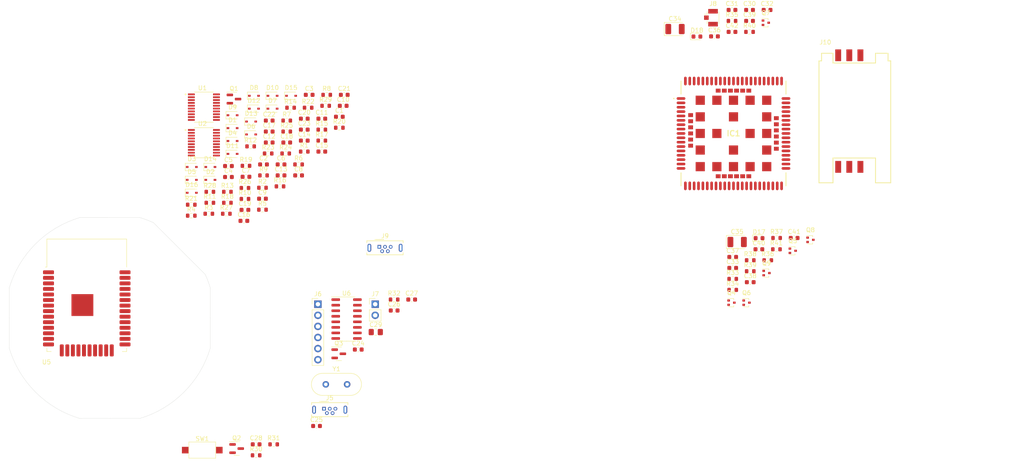
<source format=kicad_pcb>
(kicad_pcb (version 20211014) (generator pcbnew)
  (layers (0 "F.Cu" signal) (31 "B.Cu" signal) (34 "B.Paste" user) (35 "F.Paste" user) (36 "B.SilkS" user "B.Silkscreen") (37 "F.SilkS" user "F.Silkscreen") (38 "B.Mask" user) (39 "F.Mask" user) (44 "Edge.Cuts" user))
  (net 0 "")
  (net 1 "Net-(C1-Pad1)")
  (net 2 "SOUTH")
  (net 3 "Net-(C2-Pad1)")
  (net 4 "SOUTH_IN")
  (net 5 "Net-(C3-Pad1)")
  (net 6 "WEST")
  (net 7 "Net-(C4-Pad1)")
  (net 8 "WEST_IN")
  (net 9 "Net-(C5-Pad1)")
  (net 10 "NORTH")
  (net 11 "Net-(C6-Pad1)")
  (net 12 "NORTH_IN")
  (net 13 "Net-(C7-Pad1)")
  (net 14 "EAST")
  (net 15 "Net-(C8-Pad1)")
  (net 16 "EAST_IN")
  (net 17 "Net-(C9-Pad1)")
  (net 18 "GND")
  (net 19 "Net-(C10-Pad1)")
  (net 20 "Net-(C11-Pad1)")
  (net 21 "Net-(C11-Pad2)")
  (net 22 "Net-(C12-Pad1)")
  (net 23 "Net-(C12-Pad2)")
  (net 24 "Net-(C13-Pad1)")
  (net 25 "Net-(C13-Pad2)")
  (net 26 "Net-(C14-Pad1)")
  (net 27 "Net-(C14-Pad2)")
  (net 28 "Net-(C15-Pad1)")
  (net 29 "Net-(C16-Pad1)")
  (net 30 "+3.3V")
  (net 31 "/Anemometer/VGND")
  (net 32 "Net-(C20-Pad1)")
  (net 33 "ECHO_OUT")
  (net 34 "+3.3VP")
  (net 35 "RST")
  (net 36 "Net-(C25-Pad2)")
  (net 37 "Net-(C26-Pad2)")
  (net 38 "+3V3")
  (net 39 "+3V8")
  (net 40 "USIM_VDD")
  (net 41 "USIM_DATA")
  (net 42 "USIM_CLK")
  (net 43 "USIM_RST")
  (net 44 "SIM_RST")
  (net 45 "PWRKEY")
  (net 46 "Net-(D10-Pad2)")
  (net 47 "Net-(D11-Pad1)")
  (net 48 "Net-(D13-Pad1)")
  (net 49 "Net-(D15-Pad1)")
  (net 50 "Net-(D17-Pad1)")
  (net 51 "Net-(D17-Pad2)")
  (net 52 "Net-(D18-Pad1)")
  (net 53 "Net-(D18-Pad2)")
  (net 60 "LTE_TXD")
  (net 61 "LTE_RXD")
  (net 66 "+1V8")
  (net 72 "SIM_VUSB")
  (net 75 "SIM_DN")
  (net 76 "SIM_DP")
  (net 82 "/4G_LTE/EAR_P")
  (net 83 "/4G_LTE/EAR_N")
  (net 84 "/4G_LTE/MIC_P")
  (net 85 "/4G_LTE/MIC_N")
  (net 92 "NETLIGHT")
  (net 94 "Net-(IC1-Pad60)")
  (net 95 "STATUS")
  (net 130 "VBUS")
  (net 131 "Net-(J5-Pad2)")
  (net 132 "Net-(J5-Pad3)")
  (net 135 "TXD")
  (net 136 "RXD")
  (net 137 "DTR")
  (net 138 "RTS")
  (net 139 "IO0")
  (net 142 "Net-(J10-PadC2)")
  (net 143 "Net-(J10-PadC3)")
  (net 145 "Net-(J10-PadC7)")
  (net 146 "Net-(Q1-Pad1)")
  (net 147 "Net-(Q2-Pad1)")
  (net 148 "Net-(Q3-Pad1)")
  (net 149 "LTE_TXD_3V3")
  (net 150 "/4G_LTE/SIM_RST_IN")
  (net 151 "LTE_RXD_3V3")
  (net 152 "/4G_LTE/PWRKEY_IN")
  (net 153 "PWR_DRV0")
  (net 154 "SOUTH_DRV0")
  (net 155 "/Anemometer/VREF+")
  (net 156 "Y")
  (net 157 "Net-(R18-Pad2)")
  (net 158 "WEST_DRV0")
  (net 159 "Net-(R20-Pad2)")
  (net 160 "NORTH_DRV0")
  (net 161 "EAST_DRV0")
  (net 162 "Net-(R23-Pad1)")
  (net 163 "Net-(R25-Pad1)")
  (net 164 "PWR_ON")
  (net 165 "/4G_LTE/RX2")
  (net 166 "/4G_LTE/TX2")
  (net 184 "/MCU/TX1")
  (net 193 "/MCU/RX1")
  (net 194 "LED_IO")
  (net 195 "/MCU/CAN_rx")
  (net 196 "/MCU/RX2")
  (net 197 "/MCU/TX2")
  (net 198 "/MCU/CAN_tx")
  (net 199 "SCLK")
  (net 200 "MISO")
  (net 202 "SDA")
  (net 203 "SCL")
  (net 204 "MOSI")
  (footprint "Resistor_SMD:R_0603_1608Metric" (layer "F.Cu") (at 140.47 57.32)
    (fp_text reference "R25" (at 0 -1.43) (layer "F.SilkS"))
    (fp_text value "100K")
    (pad "1" smd roundrect (at -0.825 0) (size 0.8 0.95) (layers "F.Cu" "F.Paste" "F.Mask") (net 163 "Net-(R25-Pad1)"))
    (pad "2" smd roundrect (at 0.825 0) (size 0.8 0.95) (layers "F.Cu" "F.Paste" "F.Mask") (net 31 "/Anemometer/VGND"))
  )
  (footprint "Resistor_SMD:R_0603_1608Metric" (layer "F.Cu") (at 134.92 70.18)
    (fp_text reference "R2" (at 0 -1.43) (layer "F.SilkS"))
    (fp_text value "4.7K")
    (pad "1" smd roundrect (at -0.825 0) (size 0.8 0.95) (layers "F.Cu" "F.Paste" "F.Mask") (net 7 "Net-(C4-Pad1)"))
    (pad "2" smd roundrect (at 0.825 0) (size 0.8 0.95) (layers "F.Cu" "F.Paste" "F.Mask") (net 47 "Net-(D11-Pad1)"))
  )
  (footprint "Resistor_SMD:R_0603_1608Metric" (layer "F.Cu") (at 148.49 56.88)
    (fp_text reference "R15" (at 0 -1.43) (layer "F.SilkS"))
    (fp_text value "10K")
    (pad "1" smd roundrect (at -0.825 0) (size 0.8 0.95) (layers "F.Cu" "F.Paste" "F.Mask") (net 154 "SOUTH_DRV0"))
    (pad "2" smd roundrect (at 0.825 0) (size 0.8 0.95) (layers "F.Cu" "F.Paste" "F.Mask") (net 18 "GND"))
  )
  (footprint "Resistor_SMD:R_0603_1608Metric" (layer "F.Cu") (at 246.46 89.29)
    (fp_text reference "R39" (at 0 -1.43) (layer "F.SilkS"))
    (fp_text value "22")
    (pad "1" smd roundrect (at -0.825 0) (size 0.8 0.95) (layers "F.Cu" "F.Paste" "F.Mask") (net 42 "USIM_CLK"))
    (pad "2" smd roundrect (at 0.825 0) (size 0.8 0.95) (layers "F.Cu" "F.Paste" "F.Mask") (net 143 "Net-(J10-PadC3)"))
  )
  (footprint "Diode_SMD:D_SOD-323" (layer "F.Cu") (at 132.97 49.13)
    (fp_text reference "D8" (at 0 -1.85) (layer "F.SilkS"))
    (fp_text value "1N4148WS")
    (pad "1" smd rect (at -1.05 0) (size 0.6 0.45) (layers "F.Cu" "F.Paste" "F.Mask") (net 18 "GND"))
    (pad "2" smd rect (at 1.05 0) (size 0.6 0.45) (layers "F.Cu" "F.Paste" "F.Mask") (net 15 "Net-(C8-Pad1)"))
  )
  (footprint "Capacitor_SMD:C_0603_1608Metric" (layer "F.Cu") (at 242.45 86.03)
    (fp_text reference "C37" (at 0 -1.43) (layer "F.SilkS"))
    (fp_text value "33pF")
    (pad "1" smd roundrect (at -0.775 0) (size 0.9 0.95) (layers "F.Cu" "F.Paste" "F.Mask") (net 18 "GND"))
    (pad "2" smd roundrect (at 0.775 0) (size 0.9 0.95) (layers "F.Cu" "F.Paste" "F.Mask") (net 40 "USIM_VDD"))
  )
  (footprint "ZMPT101B:ESP32-WROOM-32_ex" (layer "F.Cu") (at 94.74 97.79)
    (fp_text reference "U5" (at -9.2 12.3) (layer "F.SilkS"))
    (fp_text value "ESP32-WROOM-32D")
    (pad "1" smd roundrect (at -8.75 -8.255) (size 2.5 0.9) (layers "F.Cu" "F.Paste" "F.Mask") (net 18 "GND"))
    (pad "2" smd roundrect (at -8.75 -6.985) (size 2.5 0.9) (layers "F.Cu" "F.Paste" "F.Mask") (net 38 "+3V3"))
    (pad "3" smd roundrect (at -8.75 -5.715) (size 2.5 0.9) (layers "F.Cu" "F.Paste" "F.Mask") (net 35 "RST"))
    (pad "4" smd roundrect (at -8.75 -4.445) (size 2.5 0.9) (layers "F.Cu" "F.Paste" "F.Mask"))
    (pad "5" smd roundrect (at -8.75 -3.175) (size 2.5 0.9) (layers "F.Cu" "F.Paste" "F.Mask"))
    (pad "6" smd roundrect (at -8.75 -1.905) (size 2.5 0.9) (layers "F.Cu" "F.Paste" "F.Mask"))
    (pad "7" smd roundrect (at -8.75 -0.635) (size 2.5 0.9) (layers "F.Cu" "F.Paste" "F.Mask"))
    (pad "8" smd roundrect (at -8.75 0.635) (size 2.5 0.9) (layers "F.Cu" "F.Paste" "F.Mask"))
    (pad "9" smd roundrect (at -8.75 1.905) (size 2.5 0.9) (layers "F.Cu" "F.Paste" "F.Mask"))
    (pad "10" smd roundrect (at -8.75 3.175) (size 2.5 0.9) (layers "F.Cu" "F.Paste" "F.Mask"))
    (pad "11" smd roundrect (at -8.75 4.445) (size 2.5 0.9) (layers "F.Cu" "F.Paste" "F.Mask"))
    (pad "12" smd roundrect (at -8.75 5.715) (size 2.5 0.9) (layers "F.Cu" "F.Paste" "F.Mask"))
    (pad "13" smd roundrect (at -8.75 6.985) (size 2.5 0.9) (layers "F.Cu" "F.Paste" "F.Mask") (net 184 "/MCU/TX1"))
    (pad "14" smd roundrect (at -8.75 8.255) (size 2.5 0.9) (layers "F.Cu" "F.Paste" "F.Mask"))
    (pad "15" smd roundrect (at -5.715 9.6275 90) (size 2.745 0.9) (layers "F.Cu" "F.Paste" "F.Mask") (net 18 "GND"))
    (pad "16" smd roundrect (at -4.445 9.6275 90) (size 2.745 0.9) (layers "F.Cu" "F.Paste" "F.Mask"))
    (pad "17" smd roundrect (at -3.175 9.6275 90) (size 2.745 0.9) (layers "F.Cu" "F.Paste" "F.Mask"))
    (pad "18" smd roundrect (at -1.905 9.6275 90) (size 2.745 0.9) (layers "F.Cu" "F.Paste" "F.Mask"))
    (pad "19" smd roundrect (at -0.635 9.6275 90) (size 2.745 0.9) (layers "F.Cu" "F.Paste" "F.Mask"))
    (pad "20" smd roundrect (at 0.635 9.6275 90) (size 2.745 0.9) (layers "F.Cu" "F.Paste" "F.Mask"))
    (pad "21" smd roundrect (at 1.905 9.6275 90) (size 2.745 0.9) (layers "F.Cu" "F.Paste" "F.Mask"))
    (pad "22" smd roundrect (at 3.175 9.6275 90) (size 2.745 0.9) (layers "F.Cu" "F.Paste" "F.Mask"))
    (pad "23" smd roundrect (at 4.445 9.6275 90) (size 2.745 0.9) (layers "F.Cu" "F.Paste" "F.Mask") (net 193 "/MCU/RX1"))
    (pad "24" smd roundrect (at 5.715 9.6275 90) (size 2.745 0.9) (layers "F.Cu" "F.Paste" "F.Mask") (net 194 "LED_IO"))
    (pad "25" smd roundrect (at 8.75 8.255) (size 2.5 0.9) (layers "F.Cu" "F.Paste" "F.Mask") (net 139 "IO0"))
    (pad "26" smd roundrect (at 8.75 6.985) (size 2.5 0.9) (layers "F.Cu" "F.Paste" "F.Mask") (net 195 "/MCU/CAN_rx"))
    (pad "27" smd roundrect (at 8.75 5.715) (size 2.5 0.9) (layers "F.Cu" "F.Paste" "F.Mask") (net 196 "/MCU/RX2"))
    (pad "28" smd roundrect (at 8.75 4.445) (size 2.5 0.9) (layers "F.Cu" "F.Paste" "F.Mask") (net 197 "/MCU/TX2"))
    (pad "29" smd roundrect (at 8.75 3.175) (size 2.5 0.9) (layers "F.Cu" "F.Paste" "F.Mask") (net 198 "/MCU/CAN_tx"))
    (pad "30" smd roundrect (at 8.75 1.905) (size 2.5 0.9) (layers "F.Cu" "F.Paste" "F.Mask") (net 199 "SCLK"))
    (pad "31" smd roundrect (at 8.75 0.635) (size 2.5 0.9) (layers "F.Cu" "F.Paste" "F.Mask") (net 200 "MISO"))
    (pad "32" smd roundrect (at 8.75 -0.635) (size 2.5 0.9) (layers "F.Cu" "F.Paste" "F.Mask"))
    (pad "33" smd roundrect (at 8.75 -1.905) (size 2.5 0.9) (layers "F.Cu" "F.Paste" "F.Mask") (net 202 "SDA"))
    (pad "34" smd roundrect (at 8.75 -3.175) (size 2.5 0.9) (layers "F.Cu" "F.Paste" "F.Mask") (net 135 "TXD"))
    (pad "35" smd roundrect (at 8.75 -4.445) (size 2.5 0.9) (layers "F.Cu" "F.Paste" "F.Mask") (net 136 "RXD"))
    (pad "36" smd roundrect (at 8.75 -5.715) (size 2.5 0.9) (layers "F.Cu" "F.Paste" "F.Mask") (net 203 "SCL"))
    (pad "37" smd roundrect (at 8.75 -6.985) (size 2.5 0.9) (layers "F.Cu" "F.Paste" "F.Mask") (net 204 "MOSI"))
    (pad "38" smd roundrect (at 8.75 -8.255) (size 2.5 0.9) (layers "F.Cu" "F.Paste" "F.Mask") (net 18 "GND"))
    (pad "39" smd rect (at -1 -0.755) (size 5 5) (layers "F.Cu" "F.Paste" "F.Mask") (net 18 "GND"))
  )
  (footprint "Package_TO_SOT_SMD:SOT-416" (layer "F.Cu") (at 256.18 84.61)
    (fp_text reference "Q5" (at 0 -2.25) (layer "F.SilkS"))
    (fp_text value "DTC143Z")
    (pad "1" smd rect (at -0.65 -0.5) (size 0.6 0.5) (layers "F.Cu" "F.Paste" "F.Mask") (net 92 "NETLIGHT"))
    (pad "2" smd rect (at -0.65 0.5) (size 0.6 0.5) (layers "F.Cu" "F.Paste" "F.Mask") (net 18 "GND"))
    (pad "3" smd rect (at 0.65 0) (size 0.6 0.5) (layers "F.Cu" "F.Paste" "F.Mask") (net 52 "Net-(D18-Pad1)"))
  )
  (footprint "Capacitor_SMD:C_0603_1608Metric" (layer "F.Cu") (at 130.91 75.25)
    (fp_text reference "C19" (at 0 -1.43) (layer "F.SilkS"))
    (fp_text value "4.7uF")
    (pad "1" smd roundrect (at -0.775 0) (size 0.9 0.95) (layers "F.Cu" "F.Paste" "F.Mask") (net 18 "GND"))
    (pad "2" smd roundrect (at 0.775 0) (size 0.9 0.95) (layers "F.Cu" "F.Paste" "F.Mask") (net 31 "/Anemometer/VGND"))
  )
  (footprint "Capacitor_SMD:C_0603_1608Metric" (layer "F.Cu") (at 133.47 128.92)
    (fp_text reference "C28" (at 0 -1.43) (layer "F.SilkS"))
    (fp_text value "100nF")
    (pad "1" smd roundrect (at -0.775 0) (size 0.9 0.95) (layers "F.Cu" "F.Paste" "F.Mask") (net 38 "+3V3"))
    (pad "2" smd roundrect (at 0.775 0) (size 0.9 0.95) (layers "F.Cu" "F.Paste" "F.Mask") (net 18 "GND"))
  )
  (footprint "Capacitor_SMD:C_0603_1608Metric" (layer "F.Cu") (at 127.14 67.72)
    (fp_text reference "C4" (at 0 -1.43) (layer "F.SilkS"))
    (fp_text value "100nF")
    (pad "1" smd roundrect (at -0.775 0) (size 0.9 0.95) (layers "F.Cu" "F.Paste" "F.Mask") (net 7 "Net-(C4-Pad1)"))
    (pad "2" smd roundrect (at 0.775 0) (size 0.9 0.95) (layers "F.Cu" "F.Paste" "F.Mask") (net 8 "WEST_IN"))
  )
  (footprint "Capacitor_SMD:C_0603_1608Metric" (layer "F.Cu") (at 130.67 77.76)
    (fp_text reference "C16" (at 0 -1.43) (layer "F.SilkS"))
    (fp_text value "2.2uF")
    (pad "1" smd roundrect (at -0.775 0) (size 0.9 0.95) (layers "F.Cu" "F.Paste" "F.Mask") (net 29 "Net-(C16-Pad1)"))
    (pad "2" smd roundrect (at 0.775 0) (size 0.9 0.95) (layers "F.Cu" "F.Paste" "F.Mask") (net 18 "GND"))
  )
  (footprint "Resistor_SMD:R_0603_1608Metric" (layer "F.Cu") (at 130.91 72.74)
    (fp_text reference "R10" (at 0 -1.43) (layer "F.SilkS"))
    (fp_text value "10K")
    (pad "1" smd roundrect (at -0.825 0) (size 0.8 0.95) (layers "F.Cu" "F.Paste" "F.Mask") (net 18 "GND"))
    (pad "2" smd roundrect (at 0.825 0) (size 0.8 0.95) (layers "F.Cu" "F.Paste" "F.Mask") (net 5 "Net-(C3-Pad1)"))
  )
  (footprint "Resistor_SMD:R_0603_1608Metric" (layer "F.Cu") (at 137.48 128.92)
    (fp_text reference "R31" (at 0 -1.43) (layer "F.SilkS"))
    (fp_text value "10K")
    (pad "1" smd roundrect (at -0.825 0) (size 0.8 0.95) (layers "F.Cu" "F.Paste" "F.Mask") (net 137 "DTR"))
    (pad "2" smd roundrect (at 0.825 0) (size 0.8 0.95) (layers "F.Cu" "F.Paste" "F.Mask") (net 147 "Net-(Q2-Pad1)"))
  )
  (footprint "Capacitor_SMD:C_0603_1608Metric" (layer "F.Cu") (at 135.16 64.85)
    (fp_text reference "C2" (at 0 -1.43) (layer "F.SilkS"))
    (fp_text value "100nF")
    (pad "1" smd roundrect (at -0.775 0) (size 0.9 0.95) (layers "F.Cu" "F.Paste" "F.Mask") (net 3 "Net-(C2-Pad1)"))
    (pad "2" smd roundrect (at 0.775 0) (size 0.9 0.95) (layers "F.Cu" "F.Paste" "F.Mask") (net 4 "SOUTH_IN"))
  )
  (footprint "Capacitor_SMD:C_0603_1608Metric" (layer "F.Cu") (at 169.04 95.77)
    (fp_text reference "C27" (at 0 -1.43) (layer "F.SilkS"))
    (fp_text value "100nF")
    (pad "1" smd roundrect (at -0.775 0) (size 0.9 0.95) (layers "F.Cu" "F.Paste" "F.Mask") (net 18 "GND"))
    (pad "2" smd roundrect (at 0.775 0) (size 0.9 0.95) (layers "F.Cu" "F.Paste" "F.Mask") (net 38 "+3V3"))
  )
  (footprint "Package_TO_SOT_SMD:SOT-416" (layer "F.Cu") (at 260.23 82.1)
    (fp_text reference "Q8" (at 0 -2.25) (layer "F.SilkS"))
    (fp_text value "DTC143Z")
    (pad "1" smd rect (at -0.65 -0.5) (size 0.6 0.5) (layers "F.Cu" "F.Paste" "F.Mask") (net 66 "+1V8"))
    (pad "2" smd rect (at -0.65 0.5) (size 0.6 0.5) (layers "F.Cu" "F.Paste" "F.Mask") (net 151 "LTE_RXD_3V3"))
    (pad "3" smd rect (at 0.65 0) (size 0.6 0.5) (layers "F.Cu" "F.Paste" "F.Mask") (net 61 "LTE_RXD"))
  )
  (footprint "Capacitor_SMD:C_0603_1608Metric" (layer "F.Cu") (at 242.29 29.48)
    (fp_text reference "C31" (at 0 -1.43) (layer "F.SilkS"))
    (fp_text value "33pF")
    (pad "1" smd roundrect (at -0.775 0) (size 0.9 0.95) (layers "F.Cu" "F.Paste" "F.Mask") (net 18 "GND"))
    (pad "2" smd roundrect (at 0.775 0) (size 0.9 0.95) (layers "F.Cu" "F.Paste" "F.Mask") (net 39 "+3V8"))
  )
  (footprint "Capacitor_SMD:C_0603_1608Metric" (layer "F.Cu") (at 246.46 91.8)
    (fp_text reference "C38" (at 0 -1.43) (layer "F.SilkS"))
    (fp_text value "33pF")
    (pad "1" smd roundrect (at -0.775 0) (size 0.9 0.95) (layers "F.Cu" "F.Paste" "F.Mask") (net 18 "GND"))
    (pad "2" smd roundrect (at 0.775 0) (size 0.9 0.95) (layers "F.Cu" "F.Paste" "F.Mask") (net 41 "USIM_DATA"))
  )
  (footprint "Diode_SMD:D_SOD-323" (layer "F.Cu") (at 123.01 68.38)
    (fp_text reference "D2" (at 0 -1.85) (layer "F.SilkS"))
    (fp_text value "1N4148WS")
    (pad "1" smd rect (at -1.05 0) (size 0.6 0.45) (layers "F.Cu" "F.Paste" "F.Mask") (net 18 "GND"))
    (pad "2" smd rect (at 1.05 0) (size 0.6 0.45) (layers "F.Cu" "F.Paste" "F.Mask") (net 3 "Net-(C2-Pad1)"))
  )
  (footprint "Diode_SMD:D_SOD-323" (layer "F.Cu") (at 128.08 56.53)
    (fp_text reference "D1" (at 0 -1.85) (layer "F.SilkS"))
    (fp_text value "1N4148WS")
    (pad "1" smd rect (at -1.05 0) (size 0.6 0.45) (layers "F.Cu" "F.Paste" "F.Mask") (net 3 "Net-(C2-Pad1)"))
    (pad "2" smd rect (at 1.05 0) (size 0.6 0.45) (layers "F.Cu" "F.Paste" "F.Mask") (net 18 "GND"))
  )
  (footprint "Resistor_SMD:R_0603_1608Metric" (layer "F.Cu") (at 138.93 69.87)
    (fp_text reference "R16" (at 0 -1.43) (layer "F.SilkS"))
    (fp_text value "100K")
    (pad "1" smd roundrect (at -0.825 0) (size 0.8 0.95) (layers "F.Cu" "F.Paste" "F.Mask") (net 155 "/Anemometer/VREF+"))
    (pad "2" smd roundrect (at 0.825 0) (size 0.8 0.95) (layers "F.Cu" "F.Paste" "F.Mask") (net 31 "/Anemometer/VGND"))
  )
  (footprint "Capacitor_SMD:C_0603_1608Metric" (layer "F.Cu") (at 246.3 29.48)
    (fp_text reference "C30" (at 0 -1.43) (layer "F.SilkS"))
    (fp_text value "10pF")
    (pad "1" smd roundrect (at -0.775 0) (size 0.9 0.95) (layers "F.Cu" "F.Paste" "F.Mask") (net 18 "GND"))
    (pad "2" smd roundrect (at 0.775 0) (size 0.9 0.95) (layers "F.Cu" "F.Paste" "F.Mask") (net 39 "+3V8"))
  )
  (footprint "Package_TO_SOT_SMD:SOT-416" (layer "F.Cu") (at 250.19 89.71)
    (fp_text reference "Q9" (at 0 -2.25) (layer "F.SilkS"))
    (fp_text value "DTC143Z")
    (pad "1" smd rect (at -0.65 -0.5) (size 0.6 0.5) (layers "F.Cu" "F.Paste" "F.Mask") (net 152 "/4G_LTE/PWRKEY_IN"))
    (pad "2" smd rect (at -0.65 0.5) (size 0.6 0.5) (layers "F.Cu" "F.Paste" "F.Mask") (net 18 "GND"))
    (pad "3" smd rect (at 0.65 0) (size 0.6 0.5) (layers "F.Cu" "F.Paste" "F.Mask") (net 45 "PWRKEY"))
  )
  (footprint "Connector_USB:USB_Micro-B_Wuerth_614105150721_Vertical" (layer "F.Cu") (at 161.64 83.71)
    (fp_text reference "J9" (at 1.3 -2.48) (layer "F.SilkS"))
    (fp_text value "USB_B_Micro")
    (pad "1" thru_hole rect (at 0 0) (size 0.84 0.84) (drill 0.44) (layers *.Cu *.Mask) (net 72 "SIM_VUSB"))
    (pad "2" thru_hole circle (at 0.65 1) (size 0.84 0.84) (drill 0.44) (layers *.Cu *.Mask) (net 75 "SIM_DN"))
    (pad "3" thru_hole circle (at 1.3 0) (size 0.84 0.84) (drill 0.44) (layers *.Cu *.Mask) (net 76 "SIM_DP"))
    (pad "4" thru_hole circle (at 1.95 1) (size 0.84 0.84) (drill 0.44) (layers *.Cu *.Mask))
    (pad "5" thru_hole circle (at 2.6 0) (size 0.84 0.84) (drill 0.44) (layers *.Cu *.Mask) (net 18 "GND"))
    (pad "6" thru_hole oval (at -2.275 0.22) (size 0.85 1.85) (drill oval 0.35 1.35) (layers *.Cu *.Mask))
    (pad "6" thru_hole oval (at 4.875 0.22) (size 0.85 1.85) (drill oval 0.35 1.35) (layers *.Cu *.Mask))
  )
  (footprint "Resistor_SMD:R_0603_1608Metric" (layer "F.Cu") (at 126.9 73.62)
    (fp_text reference "R18" (at 0 -1.43) (layer "F.SilkS"))
    (fp_text value "33R")
    (pad "1" smd roundrect (at -0.825 0) (size 0.8 0.95) (layers "F.Cu" "F.Paste" "F.Mask") (net 156 "Y"))
    (pad "2" smd roundrect (at 0.825 0) (size 0.8 0.95) (layers "F.Cu" "F.Paste" "F.Mask") (net 157 "Net-(R18-Pad2)"))
  )
  (footprint "Resistor_SMD:R_0603_1608Metric" (layer "F.Cu") (at 252.49 81.68)
    (fp_text reference "R37" (at 0 -1.43) (layer "F.SilkS"))
    (fp_text value "10K")
    (pad "1" smd roundrect (at -0.825 0) (size 0.8 0.95) (layers "F.Cu" "F.Paste" "F.Mask") (net 149 "LTE_TXD_3V3"))
    (pad "2" smd roundrect (at 0.825 0) (size 0.8 0.95) (layers "F.Cu" "F.Paste" "F.Mask") (net 38 "+3V3"))
  )
  (footprint "Capacitor_SMD:C_0603_1608Metric" (layer "F.Cu") (at 148.49 61.9)
    (fp_text reference "C15" (at 0 -1.43) (layer "F.SilkS"))
    (fp_text value "2.2uF")
    (pad "1" smd roundrect (at -0.775 0) (size 0.9 0.95) (layers "F.Cu" "F.Paste" "F.Mask") (net 28 "Net-(C15-Pad1)"))
    (pad "2" smd roundrect (at 0.775 0) (size 0.9 0.95) (layers "F.Cu" "F.Paste" "F.Mask") (net 18 "GND"))
  )
  (footprint "Capacitor_SMD:C_0603_1608Metric" (layer "F.Cu") (at 147.28 124.72)
    (fp_text reference "C25" (at 0 -1.43) (layer "F.SilkS"))
    (fp_text value "22pF")
    (pad "1" smd roundrect (at -0.775 0) (size 0.9 0.95) (layers "F.Cu" "F.Paste" "F.Mask") (net 18 "GND"))
    (pad "2" smd roundrect (at 0.775 0) (size 0.9 0.95) (layers "F.Cu" "F.Paste" "F.Mask") (net 36 "Net-(C25-Pad2)"))
  )
  (footprint "Resistor_SMD:R_0603_1608Metric" (layer "F.Cu") (at 250.47 86.78)
    (fp_text reference "R36" (at 0 -1.43) (layer "F.SilkS"))
    (fp_text value "1K")
    (pad "1" smd roundrect (at -0.825 0) (size 0.8 0.95) (layers "F.Cu" "F.Paste" "F.Mask") (net 53 "Net-(D18-Pad2)"))
    (pad "2" smd roundrect (at 0.825 0) (size 0.8 0.95) (layers "F.Cu" "F.Paste" "F.Mask") (net 39 "+3V8"))
  )
  (footprint "Capacitor_SMD:C_0603_1608Metric" (layer "F.Cu") (at 144.48 59.39)
    (fp_text reference "C14" (at 0 -1.43) (layer "F.SilkS"))
    (fp_text value "2.2uF")
    (pad "1" smd roundrect (at -0.775 0) (size 0.9 0.95) (layers "F.Cu" "F.Paste" "F.Mask") (net 26 "Net-(C14-Pad1)"))
    (pad "2" smd roundrect (at 0.775 0) (size 0.9 0.95) (layers "F.Cu" "F.Paste" "F.Mask") (net 27 "Net-(C14-Pad2)"))
  )
  (footprint "Resistor_SMD:R_0603_1608Metric" (layer "F.Cu") (at 144.48 61.9)
    (fp_text reference "R1" (at 0 -1.43) (layer "F.SilkS"))
    (fp_text value "4.7K")
    (pad "1" smd roundrect (at -0.825 0) (size 0.8 0.95) (layers "F.Cu" "F.Paste" "F.Mask") (net 3 "Net-(C2-Pad1)"))
    (pad "2" smd roundrect (at 0.825 0) (size 0.8 0.95) (layers "F.Cu" "F.Paste" "F.Mask") (net 46 "Net-(D10-Pad2)"))
  )
  (footprint "Package_TO_SOT_SMD:SOT-23" (layer "F.Cu") (at 128.4 49.88)
    (fp_text reference "Q1" (at 0 -2.4) (layer "F.SilkS"))
    (fp_text value "Si2371EDS")
    (pad "1" smd roundrect (at -0.9375 -0.95) (size 1.475 0.6) (layers "F.Cu" "F.Paste" "F.Mask") (net 146 "Net-(Q1-Pad1)"))
    (pad "2" smd roundrect (at -0.9375 0.95) (size 1.475 0.6) (layers "F.Cu" "F.Paste" "F.Mask") (net 30 "+3.3V"))
    (pad "3" smd roundrect (at 0.9375 0) (size 1.475 0.6) (layers "F.Cu" "F.Paste" "F.Mask") (net 34 "+3.3VP"))
  )
  (footprint "Resistor_SMD:R_0603_1608Metric" (layer "F.Cu") (at 152.5 56.44)
    (fp_text reference "R20" (at 0 -1.43) (layer "F.SilkS"))
    (fp_text value "4.7K")
    (pad "1" smd roundrect (at -0.825 0) (size 0.8 0.95) (layers "F.Cu" "F.Paste" "F.Mask") (net 31 "/Anemometer/VGND"))
    (pad "2" smd roundrect (at 0.825 0) (size 0.8 0.95) (layers "F.Cu" "F.Paste" "F.Mask") (net 159 "Net-(R20-Pad2)"))
  )
  (footprint "Capacitor_SMD:C_0603_1608Metric" (layer "F.Cu") (at 136.46 54.81)
    (fp_text reference "C22" (at 0 -1.43) (layer "F.SilkS"))
    (fp_text value "100nF")
    (pad "1" smd roundrect (at -0.775 0) (size 0.9 0.95) (layers "F.Cu" "F.Paste" "F.Mask") (net 18 "GND"))
    (pad "2" smd roundrect (at 0.775 0) (size 0.9 0.95) (layers "F.Cu" "F.Paste" "F.Mask") (net 34 "+3.3VP"))
  )
  (footprint "Capacitor_SMD:C_0603_1608Metric" (layer "F.Cu") (at 238.28 35.53)
    (fp_text reference "C36" (at 0 -1.43) (layer "F.SilkS"))
    (fp_text value "33pF")
    (pad "1" smd roundrect (at -0.775 0) (size 0.9 0.95) (layers "F.Cu" "F.Paste" "F.Mask") (net 18 "GND"))
    (pad "2" smd roundrect (at 0.775 0) (size 0.9 0.95) (layers "F.Cu" "F.Paste" "F.Mask") (net 40 "USIM_VDD"))
  )
  (footprint "Capacitor_Tantalum_SMD:CP_EIA-3528-15_AVX-H" (layer "F.Cu") (at 229.255 33.85)
    (fp_text reference "C34" (at 0 -2.35) (layer "F.SilkS"))
    (fp_text value "100uF")
    (pad "1" smd roundrect (at -1.5375 0) (size 1.325 2.35) (layers "F.Cu" "F.Paste" "F.Mask") (roundrect_rratio 0.188679) (net 39 "+3V8"))
    (pad "2" smd roundrect (at 1.5375 0) (size 1.325 2.35) (layers "F.Cu" "F.Paste" "F.Mask") (roundrect_rratio 0.188679) (net 18 "GND"))
  )
  (footprint "Resistor_SMD:R_0603_1608Metric" (layer "F.Cu") (at 132.21 60.71)
    (fp_text reference "R12" (at 0 -1.43) (layer "F.SilkS"))
    (fp_text value "10K")
    (pad "1" smd roundrect (at -0.825 0) (size 0.8 0.95) (layers "F.Cu" "F.Paste" "F.Mask") (net 18 "GND"))
    (pad "2" smd roundrect (at 0.825 0) (size 0.8 0.95) (layers "F.Cu" "F.Paste" "F.Mask") (net 13 "Net-(C7-Pad1)"))
  )
  (footprint "Crystal:Crystal_HC49-4H_Vertical" (layer "F.Cu") (at 149.4 115.19)
    (fp_text reference "Y1" (at 2.44 -3.525) (layer "F.SilkS"))
    (fp_text value "12MHz")
    (pad "1" thru_hole circle (at 0 0) (size 1.5 1.5) (drill 0.8) (layers *.Cu *.Mask) (net 36 "Net-(C25-Pad2)"))
    (pad "2" thru_hole circle (at 4.88 0) (size 1.5 1.5) (drill 0.8) (layers *.Cu *.Mask) (net 37 "Net-(C26-Pad2)"))
  )
  (footprint "Resistor_SMD:R_0603_1608Metric" (layer "F.Cu") (at 149.37 51.42)
    (fp_text reference "R29" (at 0 -1.43) (layer "F.SilkS"))
    (fp_text value "4.7K")
    (pad "1" smd roundrect (at -0.825 0) (size 0.8 0.95) (layers "F.Cu" "F.Paste" "F.Mask") (net 146 "Net-(Q1-Pad1)"))
    (pad "2" smd roundrect (at 0.825 0) (size 0.8 0.95) (layers "F.Cu" "F.Paste" "F.Mask") (net 164 "PWR_ON"))
  )
  (footprint "Capacitor_Tantalum_SMD:CP_EIA-3528-15_AVX-H" (layer "F.Cu") (at 243.465 82.6)
    (fp_text reference "C35" (at 0 -2.35) (layer "F.SilkS"))
    (fp_text value "100uF")
    (pad "1" smd roundrect (at -1.5375 0) (size 1.325 2.35) (layers "F.Cu" "F.Paste" "F.Mask") (roundrect_rratio 0.188679) (net 39 "+3V8"))
    (pad "2" smd roundrect (at 1.5375 0) (size 1.325 2.35) (layers "F.Cu" "F.Paste" "F.Mask") (roundrect_rratio 0.188679) (net 18 "GND"))
  )
  (footprint "Diode_SMD:D_SOD-323" (layer "F.Cu") (at 128.08 53.58)
    (fp_text reference "D9" (at 0 -1.85) (layer "F.SilkS"))
    (fp_text value "1N4148WS")
    (pad "1" smd rect (at -1.05 0) (size 0.6 0.45) (layers "F.Cu" "F.Paste" "F.Mask") (net 46 "Net-(D10-Pad2)"))
    (pad "2" smd rect (at 1.05 0) (size 0.6 0.45) (layers "F.Cu" "F.Paste" "F.Mask") (net 1 "Net-(C1-Pad1)"))
  )
  (footprint "Diode_SMD:D_SOD-323" (layer "F.Cu") (at 118.76 65.43)
    (fp_text reference "D3" (at 0 -1.85) (layer "F.SilkS"))
    (fp_text value "1N4148WS")
    (pad "1" smd rect (at -1.05 0) (size 0.6 0.45) (layers "F.Cu" "F.Paste" "F.Mask") (net 7 "Net-(C4-Pad1)"))
    (pad "2" smd rect (at 1.05 0) (size 0.6 0.45) (layers "F.Cu" "F.Paste" "F.Mask") (net 18 "GND"))
  )
  (footprint "Package_TO_SOT_SMD:SOT-23" (layer "F.Cu") (at 129.02 129.89)
    (fp_text reference "Q2" (at 0 -2.4) (layer "F.SilkS"))
    (fp_text value "MMBT5550L")
    (pad "1" smd roundrect (at -0.9375 -0.95) (size 1.475 0.6) (layers "F.Cu" "F.Paste" "F.Mask") (net 147 "Net-(Q2-Pad1)"))
    (pad "2" smd roundrect (at -0.9375 0.95) (size 1.475 0.6) (layers "F.Cu" "F.Paste" "F.Mask") (net 138 "RTS"))
    (pad "3" smd roundrect (at 0.9375 0) (size 1.475 0.6) (layers "F.Cu" "F.Paste" "F.Mask") (net 35 "RST"))
  )
  (footprint "Diode_SMD:D_SOD-323" (layer "F.Cu") (at 118.76 68.38)
    (fp_text reference "D5" (at 0 -1.85) (layer "F.SilkS"))
    (fp_text value "1N4148WS")
    (pad "1" smd rect (at -1.05 0) (size 0.6 0.45) (layers "F.Cu" "F.Paste" "F.Mask") (net 11 "Net-(C6-Pad1)"))
    (pad "2" smd rect (at 1.05 0) (size 0.6 0.45) (layers "F.Cu" "F.Paste" "F.Mask") (net 18 "GND"))
  )
  (footprint "SIM5060-6-0-26-00-X_REVC:GCT_SIM5060-6-0-26-00-X_REVC_Update" (layer "F.Cu") (at 270.38 52.63)
    (fp_text reference "J10" (at -6.75 -15.75 unlocked) (layer "F.SilkS"))
    (fp_text value "SIM5060-6-0-26-00-X_REVC")
    (pad "C1" smd rect (at -3.81 -12.77) (size 1.35 2.7) (layers "F.Cu" "F.Paste" "F.Mask") (net 40 "USIM_VDD"))
    (pad "C2" smd rect (at -1.27 -12.77) (size 1.35 2.7) (layers "F.Cu" "F.Paste" "F.Mask") (net 142 "Net-(J10-PadC2)"))
    (pad "C3" smd rect (at 1.27 -12.77) (size 1.35 2.7) (layers "F.Cu" "F.Paste" "F.Mask") (net 143 "Net-(J10-PadC3)"))
    (pad "C5" smd rect (at -3.81 12.77) (size 1.35 2.7) (layers "F.Cu" "F.Paste" "F.Mask") (net 18 "GND"))
    (pad "C6" smd rect (at -1.27 12.77) (size 1.35 2.7) (layers "F.Cu" "F.Paste" "F.Mask"))
    (pad "C7" smd rect (at 1.27 12.77) (size 1.35 2.7) (layers "F.Cu" "F.Paste" "F.Mask") (net 145 "Net-(J10-PadC7)"))
  )
  (footprint "Connector_PinHeader_2.54mm:PinHeader_1x06_P2.54mm_Vertical" (layer "F.Cu") (at 147.6 96.84)
    (fp_text reference "J6" (at 0 -2.33) (layer "F.SilkS"))
    (fp_text value "FTDI")
    (pad "1" thru_hole rect (at 0 0) (size 1.7 1.7) (drill 1) (layers *.Cu *.Mask) (net 38 "+3V3"))
    (pad "2" thru_hole oval (at 0 2.54) (size 1.7 1.7) (drill 1) (layers *.Cu *.Mask) (net 18 "GND"))
    (pad "3" thru_hole oval (at 0 5.08) (size 1.7 1.7) (drill 1) (layers *.Cu *.Mask) (net 135 "TXD"))
    (pad "4" thru_hole oval (at 0 7.62) (size 1.7 1.7) (drill 1) (layers *.Cu *.Mask) (net 136 "RXD"))
    (pad "5" thru_hole oval (at 0 10.16) (size 1.7 1.7) (drill 1) (layers *.Cu *.Mask) (net 137 "DTR"))
    (pad "6" thru_hole oval (at 0 12.7) (size 1.7 1.7) (drill 1) (layers *.Cu *.Mask) (net 138 "RTS"))
  )
  (footprint "Resistor_SMD:R_0603_1608Metric" (layer "F.Cu") (at 122.89 71.11)
    (fp_text reference "R28" (at 0 -1.43) (layer "F.SilkS"))
    (fp_text value "100K")
    (pad "1" smd roundrect (at -0.825 0) (size 0.8 0.95) (layers "F.Cu" "F.Paste" "F.Mask") (net 30 "+3.3V"))
    (pad "2" smd roundrect (at 0.825 0) (size 0.8 0.95) (layers "F.Cu" "F.Paste" "F.Mask") (net 146 "Net-(Q1-Pad1)"))
  )
  (footprint "Resistor_SMD:R_0603_1608Metric" (layer "F.Cu") (at 165.03 95.77)
    (fp_text reference "R32" (at 0 -1.43) (layer "F.SilkS"))
    (fp_text value "10K")
    (pad "1" smd roundrect (at -0.825 0) (size 0.8 0.95) (layers "F.Cu" "F.Paste" "F.Mask") (net 138 "RTS"))
    (pad "2" smd roundrect (at 0.825 0) (size 0.8 0.95) (layers "F.Cu" "F.Paste" "F.Mask") (net 148 "Net-(Q3-Pad1)"))
  )
  (footprint "Capacitor_SMD:C_0603_1608Metric" (layer "F.Cu") (at 136.46 57.32)
    (fp_text reference "C17" (at 0 -1.43) (layer "F.SilkS"))
    (fp_text value "2.2uF")
    (pad "1" smd roundrect (at -0.775 0) (size 0.9 0.95) (layers "F.Cu" "F.Paste" "F.Mask") (net 30 "+3.3V"))
    (pad "2" smd roundrect (at 0.775 0) (size 0.9 0.95) (layers "F.Cu" "F.Paste" "F.Mask") (net 18 "GND"))
  )
  (footprint "Capacitor_SMD:C_0603_1608Metric" (layer "F.Cu") (at 148.49 54.37)
    (fp_text reference "C11" (at 0 -1.43) (layer "F.SilkS"))
    (fp_text value "2.2uF")
    (pad "1" smd roundrect (at -0.775 0) (size 0.9 0.95) (layers "F.Cu" "F.Paste" "F.Mask") (net 20 "Net-(C11-Pad1)"))
    (pad "2" smd roundrect (at 0.775 0) (size 0.9 0.95) (layers "F.Cu" "F.Paste" "F.Mask") (net 21 "Net-(C11-Pad2)"))
  )
  (footprint "Package_SO:SOIC-16_3.9x9.9mm_P1.27mm" (layer "F.Cu") (at 154.15 100.24)
    (fp_text reference "U6" (at 0 -5.9) (layer "F.SilkS"))
    (fp_text value "CH340C")
    (pad "1" smd roundrect (at -2.475 -4.445) (size 1.95 0.6) (layers "F.Cu" "F.Paste" "F.Mask") (net 18 "GND"))
    (pad "2" smd roundrect (at -2.475 -3.175) (size 1.95 0.6) (layers "F.Cu" "F.Paste" "F.Mask") (net 135 "TXD"))
    (pad "3" smd roundrect (at -2.475 -1.905) (size 1.95 0.6) (layers "F.Cu" "F.Paste" "F.Mask") (net 136 "RXD"))
    (pad "4" smd roundrect (at -2.475 -0.635) (size 1.95 0.6) (layers "F.Cu" "F.Paste" "F.Mask") (net 38 "+3V3"))
    (pad "5" smd roundrect (at -2.475 0.635) (size 1.95 0.6) (layers "F.Cu" "F.Paste" "F.Mask") (net 132 "Net-(J5-Pad3)"))
    (pad "6" smd roundrect (at -2.475 1.905) (size 1.95 0.6) (layers "F.Cu" "F.Paste" "F.Mask") (net 131 "Net-(J5-Pad2)"))
    (pad "7" smd roundrect (at -2.475 3.175) (size 1.95 0.6) (layers "F.Cu" "F.Paste" "F.Mask") (net 36 "Net-(C25-Pad2)"))
    (pad "8" smd roundrect (at -2.475 4.445) (size 1.95 0.6) (layers "F.Cu" "F.Paste" "F.Mask") (net 37 "Net-(C26-Pad2)"))
    (pad "9" smd roundrect (at 2.475 4.445) (size 1.95 0.6) (layers "F.Cu" "F.Paste" "F.Mask"))
    (pad "10" smd roundrect (at 2.475 3.175) (size 1.95 0.6) (layers "F.Cu" "F.Paste" "F.Mask"))
    (pad "11" smd roundrect (at 2.475 1.905) (size 1.95 0.6) (layers "F.Cu" "F.Paste" "F.Mask"))
    (pad "12" smd roundrect (at 2.475 0.635) (size 1.95 0.6) (layers "F.Cu" "F.Paste" "F.Mask"))
    (pad "13" smd roundrect (at 2.475 -0.635) (size 1.95 0.6) (layers "F.Cu" "F.Paste" "F.Mask") (net 137 "DTR"))
    (pad "14" smd roundrect (at 2.475 -1.905) (size 1.95 0.6) (layers "F.Cu" "F.Paste" "F.Mask") (net 138 "RTS"))
    (pad "15" smd roundrect (at 2.475 -3.175) (size 1.95 0.6) (layers "F.Cu" "F.Paste" "F.Mask"))
    (pad "16" smd roundrect (at 2.475 -4.445) (size 1.95 0.6) (layers "F.Cu" "F.Paste" "F.Mask") (net 38 "+3V3"))
  )
  (footprint "Resistor_SMD:R_0603_1608Metric" (layer "F.Cu") (at 135.16 67.36)
    (fp_text reference "R9" (at 0 -1.43) (layer "F.SilkS"))
    (fp_text value "10K")
    (pad "1" smd roundrect (at -0.825 0) (size 0.8 0.95) (layers "F.Cu" "F.Paste" "F.Mask") (net 18 "GND"))
    (pad "2" smd roundrect (at 0.825 0) (size 0.8 0.95) (layers "F.Cu" "F.Paste" "F.Mask") (net 1 "Net-(C1-Pad1)"))
  )
  (footprint "Diode_SMD:D_SOD-323" (layer "F.Cu") (at 118.76 71.33)
    (fp_text reference "D16" (at 0 -1.85) (layer "F.SilkS"))
    (fp_text value "1N4148WS")
    (pad "1" smd rect (at -1.05 0) (size 0.6 0.45) (layers "F.Cu" "F.Paste" "F.Mask") (net 13 "Net-(C7-Pad1)"))
    (pad "2" smd rect (at 1.05 0) (size 0.6 0.45) (layers "F.Cu" "F.Paste" "F.Mask") (net 49 "Net-(D15-Pad1)"))
  )
  (footprint "Package_TO_SOT_SMD:SOT-416" (layer "F.Cu") (at 242.17 96.49)
    (fp_text reference "Q4" (at 0 -2.25) (layer "F.SilkS"))
    (fp_text value "DTC143Z")
    (pad "1" smd rect (at -0.65 -0.5) (size 0.6 0.5) (layers "F.Cu" "F.Paste" "F.Mask") (net 95 "STATUS"))
    (pad "2" smd rect (at -0.65 0.5) (size 0.6 0.5) (layers "F.Cu" "F.Paste" "F.Mask") (net 18 "GND"))
    (pad "3" smd rect (at 0.65 0) (size 0.6 0.5) (layers "F.Cu" "F.Paste" "F.Mask") (net 50 "Net-(D17-Pad1)"))
  )
  (footprint "Package_TO_SOT_SMD:SOT-416" (layer "F.Cu") (at 245.62 96.49)
    (fp_text reference "Q6" (at 0 -2.25) (layer "F.SilkS"))
    (fp_text value "DTC143Z")
    (pad "1" smd rect (at -0.65 -0.5) (size 0.6 0.5) (layers "F.Cu" "F.Paste" "F.Mask") (net 66 "+1V8"))
    (pad "2" smd rect (at -0.65 0.5) (size 0.6 0.5) (layers "F.Cu" "F.Paste" "F.Mask") (net 60 "LTE_TXD"))
    (pad "3" smd rect (at 0.65 0) (size 0.6 0.5) (layers "F.Cu" "F.Paste" "F.Mask") (net 149 "LTE_TXD_3V3"))
  )
  (footprint "Capacitor_SMD:C_0603_1608Metric" (layer "F.Cu") (at 139.17 67.36)
    (fp_text reference "C13" (at 0 -1.43) (layer "F.SilkS"))
    (fp_text value "2.2uF")
    (pad "1" smd roundrect (at -0.775 0) (size 0.9 0.95) (layers "F.Cu" "F.Paste" "F.Mask") (net 24 "Net-(C13-Pad1)"))
    (pad "2" smd roundrect (at 0.775 0) (size 0.9 0.95) (layers "F.Cu" "F.Paste" "F.Mask") (net 25 "Net-(C13-Pad2)"))
  )
  (footprint "Capacitor_SMD:C_0603_1608Metric" (layer "F.Cu") (at 153.62 48.91)
    (fp_text reference "C21" (at 0 -1.43) (layer "F.SilkS"))
    (fp_text value "4.7uF")
    (pad "1" smd roundrect (at -0.775 0) (size 0.9 0.95) (layers "F.Cu" "F.Paste" "F.Mask") (net 18 "GND"))
    (pad "2" smd roundrect (at 0.775 0) (size 0.9 0.95) (layers "F.Cu" "F.Paste" "F.Mask") (net 34 "+3.3VP"))
  )
  (footprint "Package_TO_SOT_SMD:SOT-23" (layer "F.Cu") (at 152.37 108.19)
    (fp_text reference "Q3" (at 0 -2.4) (layer "F.SilkS"))
    (fp_text value "MMBT5550L")
    (pad "1" smd roundrect (at -0.9375 -0.95) (size 1.475 0.6) (layers "F.Cu" "F.Paste" "F.Mask") (net 148 "Net-(Q3-Pad1)"))
    (pad "2" smd roundrect (at -0.9375 0.95) (size 1.475 0.6) (layers "F.Cu" "F.Paste" "F.Mask") (net 137 "DTR"))
    (pad "3" smd roundrect (at 0.9375 0) (size 1.475 0.6) (layers "F.Cu" "F.Paste" "F.Mask") (net 139 "IO0"))
  )
  (footprint "Resistor_SMD:R_0603_1608Metric" (layer "F.Cu") (at 141.35 51.86)
    (fp_text reference "R14" (at 0 -1.43) (layer "F.SilkS"))
    (fp_text value "100K")
    (pad "1" smd roundrect (at -0.825 0) (size 0.8 0.95) (layers "F.Cu" "F.Paste" "F.Mask") (net 18 "GND"))
    (pad "2" smd roundrect (at 0.825 0) (size 0.8 0.95) (layers "F.Cu" "F.Paste" "F.Mask") (net 153 "PWR_DRV0"))
  )
  (footprint "Connector_Coaxial:U.FL_Hirose_U.FL-R-SMT-1_Vertical" (layer "F.Cu") (at 237.48 31.25)
    (fp_text reference "J8" (at 0.475 -3.2) (layer "F.SilkS"))
    (fp_text value "Conn_Coaxial")
    (pad "1" smd rect (at -1.05 0) (size 1.05 1) (layers "F.Cu" "F.Paste" "F.Mask") (net 94 "Net-(IC1-Pad60)"))
    (pad "2" smd rect (at 0.475 -1.475) (size 2.2 1.05) (layers "F.Cu" "F.Paste" "F.Mask") (net 18 "GND"))
    (pad "2" smd rect (at 0.475 1.475) (size 2.2 1.05) (layers "F.Cu" "F.Paste" "F.Mask") (net 18 "GND"))
  )
  (footprint "MAX3222EIPWR:SOP65P640X120-20N" (layer "F.Cu") (at 121.525 51.73)
    (fp_text reference "U1" (at -0.325 -4.385) (layer "F.SilkS"))
    (fp_text value "MAX3222EIPWR")
    (pad "1" smd roundrect locked (at -2.87 -2.925) (size 1.57 0.41) (layers "F.Cu" "F.Paste" "F.Mask") (roundrect_rratio 0.05) (net 18 "GND"))
    (pad "2" smd roundrect locked (at -2.87 -2.275) (size 1.57 0.41) (layers "F.Cu" "F.Paste" "F.Mask") (roundrect_rratio 0.05) (net 20 "Net-(C11-Pad1)"))
    (pad "3" smd roundrect locked (at -2.87 -1.625) (size 1.57 0.41) (layers "F.Cu" "F.Paste" "F.Mask") (roundrect_rratio 0.05) (net 17 "Net-(C9-Pad1)"))
    (pad "4" smd roundrect locked (at -2.87 -0.975) (size 1.57 0.41) (layers "F.Cu" "F.Paste" "F.Mask") (roundrect_rratio 0.05) (net 21 "Net-(C11-Pad2)"))
    (pad "5" smd roundrect locked (at -2.87 -0.325) (size 1.57 0.41) (layers "F.Cu" "F.Paste" "F.Mask") (roundrect_rratio 0.05) (net 22 "Net-(C12-Pad1)"))
    (pad "6" smd roundrect locked (at -2.87 0.325) (size 1.57 0.41) (layers "F.Cu" "F.Paste" "F.Mask") (roundrect_rratio 0.05) (net 23 "Net-(C12-Pad2)"))
    (pad "7" smd roundrect locked (at -2.87 0.975) (size 1.57 0.41) (layers "F.Cu" "F.Paste" "F.Mask") (roundrect_rratio 0.05) (net 28 "Net-(C15-Pad1)"))
    (pad "8" smd roundrect locked (at -2.87 1.625) (size 1.57 0.41) (layers "F.Cu" "F.Paste" "F.Mask") (roundrect_rratio 0.05) (net 6 "WEST"))
    (pad "9" smd roundrect locked (at -2.87 2.275) (size 1.57 0.41) (layers "F.Cu" "F.Paste" "F.Mask") (roundrect_rratio 0.05))
    (pad "10" smd roundrect locked (at -2.87 2.925) (size 1.57 0.41) (layers "F.Cu" "F.Paste" "F.Mask") (roundrect_rratio 0.05))
    (pad "11" smd roundrect locked (at 2.87 2.925) (size 1.57 0.41) (layers "F.Cu" "F.Paste" "F.Mask") (roundrect_rratio 0.05))
    (pad "12" smd roundrect locked (at 2.87 2.275) (size 1.57 0.41) (layers "F.Cu" "F.Paste" "F.Mask") (roundrect_rratio 0.05) (net 158 "WEST_DRV0"))
    (pad "13" smd roundrect locked (at 2.87 1.625) (size 1.57 0.41) (layers "F.Cu" "F.Paste" "F.Mask") (roundrect_rratio 0.05) (net 154 "SOUTH_DRV0"))
    (pad "14" smd roundrect locked (at 2.87 0.975) (size 1.57 0.41) (layers "F.Cu" "F.Paste" "F.Mask") (roundrect_rratio 0.05))
    (pad "15" smd roundrect locked (at 2.87 0.325) (size 1.57 0.41) (layers "F.Cu" "F.Paste" "F.Mask") (roundrect_rratio 0.05))
    (pad "16" smd roundrect locked (at 2.87 -0.325) (size 1.57 0.41) (layers "F.Cu" "F.Paste" "F.Mask") (roundrect_rratio 0.05))
    (pad "17" smd roundrect locked (at 2.87 -0.975) (size 1.57 0.41) (layers "F.Cu" "F.Paste" "F.Mask") (roundrect_rratio 0.05) (net 2 "SOUTH"))
    (pad "18" smd roundrect locked (at 2.87 -1.625) (size 1.57 0.41) (layers "F.Cu" "F.Paste" "F.Mask") (roundrect_rratio 0.05) (net 18 "GND"))
    (pad "19" smd roundrect locked (at 2.87 -2.275) (size 1.57 0.41) (layers "F.Cu" "F.Paste" "F.Mask") (roundrect_rratio 0.05) (net 30 "+3.3V"))
    (pad "20" smd roundrect locked (at 2.87 -2.925) (size 1.57 0.41) (layers "F.Cu" "F.Paste" "F.Mask") (roundrect_rratio 0.05) (net 153 "PWR_DRV0"))
  )
  (footprint "Capacitor_SMD:C_0805_2012Metric_Pad1.18x1.45mm_HandSolder" (layer "F.Cu") (at 160.83 103.22)
    (fp_text reference "C29" (at 0 -1.68) (layer "F.SilkS"))
    (fp_text value "22uF")
    (pad "1" smd roundrect (at -1.0375 0) (size 1.175 1.45) (layers "F.Cu" "F.Paste" "F.Mask") (roundrect_rratio 0.212766) (net 38 "+3V3"))
    (pad "2" smd roundrect (at 1.0375 0) (size 1.175 1.45) (layers "F.Cu" "F.Paste" "F.Mask") (roundrect_rratio 0.212766) (net 18 "GND"))
  )
  (footprint "Capacitor_SMD:C_0603_1608Metric" (layer "F.Cu") (at 153.38 51.42)
    (fp_text reference "C10" (at 0 -1.43) (layer "F.SilkS"))
    (fp_text value "2.2uF")
    (pad "1" smd roundrect (at -0.775 0) (size 0.9 0.95) (layers "F.Cu" "F.Paste" "F.Mask") (net 19 "Net-(C10-Pad1)"))
    (pad "2" smd roundrect (at 0.775 0) (size 0.9 0.95) (layers "F.Cu" "F.Paste" "F.Mask") (net 18 "GND"))
  )
  (footprint "Diode_SMD:D_SOD-323" (layer "F.Cu") (at 132.33 57.98)
    (fp_text reference "D6" (at 0 -1.85) (layer "F.SilkS"))
    (fp_text value "1N4148WS")
    (pad "1" smd rect (at -1.05 0) (size 0.6 0.45) (layers "F.Cu" "F.Paste" "F.Mask") (net 18 "GND"))
    (pad "2" smd rect (at 1.05 0) (size 0.6 0.45) (layers "F.Cu" "F.Paste" "F.Mask") (net 11 "Net-(C6-Pad1)"))
  )
  (footprint "Capacitor_SMD:C_0603_1608Metric" (layer "F.Cu") (at 242.45 88.54)
    (fp_text reference "C33" (at 0 -1.43) (layer "F.SilkS"))
    (fp_text value "1uF")
    (pad "1" smd roundrect (at -0.775 0) (size 0.9 0.95) (layers "F.Cu" "F.Paste" "F.Mask") (net 18 "GND"))
    (pad "2" smd roundrect (at 0.775 0) (size 0.9 0.95) (layers "F.Cu" "F.Paste" "F.Mask") (net 39 "+3V8"))
  )
  (footprint "Resistor_SMD:R_0603_1608Metric" (layer "F.Cu") (at 131.15 65.16)
    (fp_text reference "R19" (at 0 -1.43) (layer "F.SilkS"))
    (fp_text value "10K")
    (pad "1" smd roundrect (at -0.825 0) (size 0.8 0.95) (layers "F.Cu" "F.Paste" "F.Mask") (net 158 "WEST_DRV0"))
    (pad "2" smd roundrect (at 0.825 0) (size 0.8 0.95) (layers "F.Cu" "F.Paste" "F.Mask") (net 18 "GND"))
  )
  (footprint "Resistor_SMD:R_0603_1608Metric" (layer "F.Cu") (at 122.89 73.62)
    (fp_text reference "R11" (at 0 -1.43) (layer "F.SilkS"))
    (fp_text value "10K")
    (pad "1" smd roundrect (at -0.825 0) (size 0.8 0.95) (layers "F.Cu" "F.Paste" "F.Mask") (net 18 "GND"))
    (pad "2" smd roundrect (at 0.825 0) (size 0.8 0.95) (layers "F.Cu" "F.Paste" "F.Mask") (net 9 "Net-(C5-Pad1)"))
  )
  (footprint "Resistor_SMD:R_0603_1608Metric" (layer "F.Cu") (at 136.22 62.34)
    (fp_text reference "R23" (at 0 -1.43) (layer "F.SilkS"))
    (fp_text value "10K")
    (pad "1" smd roundrect (at -0.825 0) (size 0.8 0.95) (layers "F.Cu" "F.Paste" "F.Mask") (net 162 "Net-(R23-Pad1)"))
    (pad "2" smd roundrect (at 0.825 0) (size 0.8 0.95) (layers "F.Cu" "F.Paste" "F.Mask") (net 157 "Net-(R18-Pad2)"))
  )
  (footprint "Resistor_SMD:R_0603_1608Metric" (layer "F.Cu") (at 140.47 54.81)
    (fp_text reference "R7" (at 0 -1.43) (layer "F.SilkS"))
    (fp_text value "10K")
    (pad "1" smd roundrect (at -0.825 0) (size 0.8 0.95) (layers "F.Cu" "F.Paste" "F.Mask") (net 18 "GND"))
    (pad "2" smd roundrect (at 0.825 0) (size 0.8 0.95) (layers "F.Cu" "F.Paste" "F.Mask") (net 48 "Net-(D13-Pad1)"))
  )
  (footprint "Capacitor_SMD:C_0603_1608Metric" (layer "F.Cu") (at 246.3 31.99)
    (fp_text reference "C39" (at 0 -1.43) (layer "F.SilkS"))
    (fp_text value "33pF")
    (pad "1" smd roundrect (at -0.775 0) (size 0.9 0.95) (layers "F.Cu" "F.Paste" "F.Mask") (net 18 "GND"))
    (pad "2" smd roundrect (at 0.775 0) (size 0.9 0.95) (layers "F.Cu" "F.Paste" "F.Mask") (net 42 "USIM_CLK"))
  )
  (footprint "Resistor_SMD:R_0603_1608Metric" (layer "F.Cu") (at 145.36 51.86)
    (fp_text reference "R22" (at 0 -1.43) (layer "F.SilkS"))
    (fp_text value "10K")
    (pad "1" smd roundrect (at -0.825 0) (size 0.8 0.95) (layers "F.Cu" "F.Paste" "F.Mask") (net 161 "EAST_DRV0"))
    (pad "2" smd roundrect (at 0.825 0) (size 0.8 0.95) (layers "F.Cu" "F.Paste" "F.Mask") (net 18 "GND"))
  )
  (footprint "Resistor_SMD:R_0603_1608Metric" (layer "F.Cu") (at 126.66 76.13)
    (fp_text reference "R27" (at 0 -1.43) (layer "F.SilkS"))
    (fp_text value "100K")
    (pad "1" smd roundrect (at -0.825 0) (size 0.8 0.95) (layers "F.Cu" "F.Paste" "F.Mask") (net 33 "ECHO_OUT"))
    (pad "2" smd roundrect (at 0.825 0) (size 0.8 0.95) (layers "F.Cu" "F.Paste" "F.Mask") (net 32 "Net-(C20-Pad1)"))
  )
  (footprint "Capacitor_SMD:C_0603_1608Metric" (layer "F.Cu") (at 144.48 54.37)
    (fp_text reference "C20" (at 0 -1.43) (layer "F.SilkS"))
    (fp_text value "22pF")
    (pad "1" smd roundrect (at -0.775 0) (size 0.9 0.95) (layers "F.Cu" "F.Paste" "F.Mask") (net 32 "Net-(C20-Pad1)"))
    (pad "2" smd roundrect (at 0.775 0) (size 0.9 0.95) (layers "F.Cu" "F.Paste" "F.Mask") (net 33 "ECHO_OUT"))
  )
  (footprint "Resistor_SMD:R_0603_1608Metric" (layer "F.Cu") (at 148.49 59.39)
    (fp_text reference "R17" (at 0 -1.43) (layer "F.SilkS"))
    (fp_text value "100K")
    (pad "1" smd roundrect (at -0.825 0) (size 0.8 0.95) (layers "F.Cu" "F.Paste" "F.Mask") (net 31 "/Anemometer/VGND"))
    (pad "2" smd roundrect (at 0.825 0) (size 0.8 0.95) (layers "F.Cu" "F.Paste" "F.Mask") (net 18 "GND"))
  )
  (footprint "Capacitor_SMD:C_0603_1608Metric" (layer "F.Cu") (at 144.48 56.88)
    (fp_text reference "C23" (at 0 -1.43) (layer "F.SilkS"))
    (fp_text value "100nF")
    (pad "1" smd roundrect (at -0.775 0) (size 0.9 0.95) (layers "F.Cu" "F.Paste" "F.Mask") (net 18 "GND"))
    (pad "2" smd roundrect (at 0.775 0) (size 0.9 0.95) (layers "F.Cu" "F.Paste" "F.Mask") (net 30 "+3.3V"))
  )
  (footprint "Capacitor_SMD:C_0603_1608Metric" (layer "F.Cu") (at 131.15 67.67)
    (fp_text reference "C7" (at 0 -1.43) (layer "F.SilkS"))
    (fp_text value "1uF")
    (pad "1" smd roundrect (at -0.775 0) (size 0.9 0.95) (layers "F.Cu" "F.Paste" "F.Mask") (net 13 "Net-(C7-Pad1)"))
    (pad "2" smd roundrect (at 0.775 0) (size 0.9 0.95) (layers "F.Cu" "F.Paste" "F.Mask") (net 14 "EAST"))
  )
  (footprint "Connector_USB:USB_Micro-B_Wuerth_614105150721_Vertical" (layer "F.Cu") (at 149 120.77)
    (fp_text reference "J5" (at 1.3 -2.48) (layer "F.SilkS"))
    (fp_text value "USB_B_Micro")
    (pad "1" thru_hole rect (at 0 0) (size 0.84 0.84) (drill 0.44) (layers *.Cu *.Mask) (net 130 "VBUS"))
    (pad "2" thru_hole circle (at 0.65 1) (size 0.84 0.84) (drill 0.44) (layers *.Cu *.Mask) (net 131 "Net-(J5-Pad2)"))
    (pad "3" thru_hole circle (at 1.3 0) (size 0.84 0.84) (drill 0.44) (layers *.Cu *.Mask) (net 132 "Net-(J5-Pad3)"))
    (pad "4" thru_hole circle (at 1.95 1) (size 0.84 0.84) (drill 0.44) (layers *.Cu *.Mask))
    (pad "5" thru_hole circle (at 2.6 0) (size 0.84 0.84) (drill 0.44) (layers *.Cu *.Mask) (net 18 "GND"))
    (pad "6" thru_hole oval (at 4.875 0.22) (size 0.85 1.85) (drill oval 0.35 1.35) (layers *.Cu *.Mask))
    (pad "6" thru_hole oval (at -2.275 0.22) (size 0.85 1.85) (drill oval 0.35 1.35) (layers *.Cu *.Mask))
  )
  (footprint "Resistor_SMD:R_0603_1608Metric" (layer "F.Cu") (at 126.9 71.11)
    (fp_text reference "R13" (at 0 -1.43) (layer "F.SilkS"))
    (fp_text value "100K")
    (pad "1" smd roundrect (at -0.825 0) (size 0.8 0.95) (layers "F.Cu" "F.Paste" "F.Mask") (net 18 "GND"))
    (pad "2" smd roundrect (at 0.825 0) (size 0.8 0.95) (layers "F.Cu" "F.Paste" "F.Mask") (net 153 "PWR_DRV0"))
  )
  (footprint "LED_SMD:LED_0603_1608Metric" (layer "F.Cu") (at 234.27 35.57)
    (fp_text reference "D18" (at 0 -1.43) (layer "F.SilkS"))
    (fp_text value "LED")
    (pad "1" smd roundrect (at -0.7875 0) (size 0.875 0.95) (layers "F.Cu" "F.Paste" "F.Mask") (net 52 "Net-(D18-Pad1)"))
    (pad "2" smd roundrect (at 0.7875 0) (size 0.875 0.95) (layers "F.Cu" "F.Paste" "F.Mask") (net 53 "Net-(D18-Pad2)"))
  )
  (footprint "Resistor_SMD:R_0603_1608Metric" (layer "F.Cu") (at 242.29 31.99)
    (fp_text reference "R35" (at 0 -1.43) (layer "F.SilkS"))
    (fp_text value "0R")
    (pad "1" smd roundrect (at -0.825 0) (size 0.8 0.95) (layers "F.Cu" "F.Paste" "F.Mask") (net 151 "LTE_RXD_3V3"))
    (pad "2" smd roundrect (at 0.825 0) (size 0.8 0.95) (layers "F.Cu" "F.Paste" "F.Mask") (net 166 "/4G_LTE/TX2"))
  )
  (footprint "Resistor_SMD:R_0603_1608Metric" (layer "F.Cu") (at 118.64 74.06)
    (fp_text reference "R21" (at 0 -1.43) (layer "F.SilkS"))
    (fp_text value "10K")
    (pad "1" smd roundrect (at -0.825 0) (size 0.8 0.95) (layers "F.Cu" "F.Paste" "F.Mask") (net 160 "NORTH_DRV0"))
    (pad "2" smd roundrect (at 0.825 0) (size 0.8 0.95) (layers "F.Cu" "F.Paste" "F.Mask") (net 18 "GND"))
  )
  (footprint "Resistor_SMD:R_0603_1608Metric" (layer "F.Cu") (at 134.92 75.2)
    (fp_text reference "R5" (at 0 -1.43) (layer "F.SilkS"))
    (fp_text value "10K")
    (pad "1" smd roundrect (at -0.825 0) (size 0.8 0.95) (layers "F.Cu" "F.Paste" "F.Mask") (net 18 "GND"))
    (pad "2" smd roundrect (at 0.825 0) (size 0.8 0.95) (layers "F.Cu" "F.Paste" "F.Mask") (net 46 "Net-(D10-Pad2)"))
  )
  (footprint "Capacitor_SMD:C_0603_1608Metric" (layer "F.Cu") (at 256.5 81.68)
    (fp_text reference "C41" (at 0 -1.43) (layer "F.SilkS"))
    (fp_text value "100nF")
    (pad "1" smd roundrect (at -0.775 0) (size 0.9 0.95) (layers "F.Cu" "F.Paste" "F.Mask") (net 18 "GND"))
    (pad "2" smd roundrect (at 0.775 0) (size 0.9 0.95) (layers "F.Cu" "F.Paste" "F.Mask") (net 44 "SIM_RST"))
  )
  (footprint "Resistor_SMD:R_0603_1608Metric" (layer "F.Cu") (at 242.45 91.05)
    (fp_text reference "R33" (at 0 -1.43) (layer "F.SilkS"))
    (fp_text value "1K")
    (pad "1" smd roundrect (at -0.825 0) (size 0.8 0.95) (layers "F.Cu" "F.Paste" "F.Mask") (net 51 "Net-(D17-Pad2)"))
    (pad "2" smd roundrect (at 0.825 0) (size 0.8 0.95) (layers "F.Cu" "F.Paste" "F.Mask") (net 39 "+3V8"))
  )
  (footprint "Package_TO_SOT_SMD:SOT-416" (layer "F.Cu") (at 250.03 32.41)
    (fp_text reference "Q7" (at 0 -2.25) (layer "F.SilkS"))
    (fp_text value "DTC143Z")
    (pad "1" smd rect (at -0.65 -0.5) (size 0.6 0.5) (layers "F.Cu" "F.Paste" "F.Mask") (net 150 "/4G_LTE/SIM_RST_IN"))
    (pad "2" smd rect (at -0.65 0.5) (size 0.6 0.5) (layers "F.Cu" "F.Paste" "F.Mask") (net 18 "GND"))
    (pad "3" smd rect (at 0.65 0) (size 0.6 0.5) (layers "F.Cu" "F.Paste" "F.Mask") (net 44 "SIM_RST"))
  )
  (footprint "Resistor_SMD:R_0603_1608Metric" (layer "F.Cu") (at 252.45 84.27)
    (fp_text reference "R41" (at 0 -1.43) (layer "F.SilkS"))
    (fp_text value "10K")
    (pad "1" smd roundrect (at -0.825 0) (size 0.8 0.95) (layers "F.Cu" "F.Paste" "F.Mask") (net 151 "LTE_RXD_3V3"))
    (pad "2" smd roundrect (at 0.825 0) (size 0.8 0.95) (layers "F.Cu" "F.Paste" "F.Mask") (net 38 "+3V3"))
  )
  (footprint "Connector_PinHeader_2.54mm:PinHeader_1x02_P2.54mm_Vertical" (layer "F.Cu") (at 160.7 96.84)
    (fp_text reference "J7" (at 0 -2.33) (layer "F.SilkS"))
    (fp_text value "Conn_01x02")
    (pad "1" thru_hole rect (at 0 0) (size 1.7 1.7) (drill 1) (layers *.Cu *.Mask) (net 139 "IO0"))
    (pad "2" thru_hole oval (at 0 2.54) (size 1.7 1.7) (drill 1) (layers *.Cu *.Mask) (net 18 "GND"))
  )
  (footprint "Capacitor_SMD:C_0603_1608Metric" (layer "F.Cu") (at 145.6 48.91)
    (fp_text reference "C3" (at 0 -1.43) (layer "F.SilkS"))
    (fp_text value "1uF")
    (pad "1" smd roundrect (at -0.775 0) (size 0.9 0.95) (layers "F.Cu" "F.Paste" "F.Mask") (net 5 "Net-(C3-Pad1)"))
    (pad "2" smd roundrect (at 0.775 0) (size 0.9 0.95) (layers "F.Cu" "F.Paste" "F.Mask") (net 6 "WEST"))
  )
  (footprint "Diode_SMD:D_SOD-323" (layer "F.Cu") (at 137.22 49.13)
    (fp_text reference "D10" (at 0 -1.85) (layer "F.SilkS"))
    (fp_text value "1N4148WS")
    (pad "1" smd rect (at -1.05 0) (size 0.6 0.45) (layers "F.Cu" "F.Paste" "F.Mask") (net 1 "Net-(C1-Pad1)"))
    (pad "2" smd rect (at 1.05 0) (size 0.6 0.45) (layers "F.Cu" "F.Paste" "F.Mask") (net 46 "Net-(D10-Pad2)"))
  )
  (footprint "Diode_SMD:D_SOD-323" (layer "F.Cu") (at 128.08 62.43)
    (fp_text reference "D11" (at 0 -1.85) (layer "F.SilkS"))
    (fp_text value "1N4148WS")
    (pad "1" smd rect (at -1.05 0) (size 0.6 0.45) (layers "F.Cu" "F.Paste" "F.Mask") (net 47 "Net-(D11-Pad1)"))
    (pad "2" smd rect (at 1.05 0) (size 0.6 0.45) (layers "F.Cu" "F.Paste" "F.Mask") (net 5 "Net-(C3-Pad1)"))
  )
  (footprint "Resistor_SMD:R_0603_1608Metric" (layer "F.Cu") (at 140.23 62.34)
    (fp_text reference "R24" (at 0 -1.43) (layer "F.SilkS"))
    (fp_text value "4.7K")
    (pad "1" smd roundrect (at -0.825 0) (size 0.8 0.95) (layers "F.Cu" "F.Paste" "F.Mask") (net 162 "Net-(R23-Pad1)"))
    (pad "2" smd roundrect (at 0.825 0) (size 0.8 0.95) (layers "F.Cu" "F.Paste" "F.Mask") (net 32 "Net-(C20-Pad1)"))
  )
  (footprint "Diode_SMD:D_SOD-323" (layer "F.Cu") (at 123.01 65.43)
    (fp_text reference "D14" (at 0 -1.85) (layer "F.SilkS"))
    (fp_text value "1N4148WS")
    (pad "1" smd rect (at -1.05 0) (size 0.6 0.45) (layers "F.Cu" "F.Paste" "F.Mask") (net 9 "Net-(C5-Pad1)"))
    (pad "2" smd rect (at 1.05 0) (size 0.6 0.45) (layers "F.Cu" "F.Paste" "F.Mask") (net 48 "Net-(D13-Pad1)"))
  )
  (footprint "Diode_SMD:D_SOD-323" (layer "F.Cu") (at 141.47 49.13)
    (fp_text reference "D15" (at 0 -1.85) (layer "F.SilkS"))
    (fp_text value "1N4148WS")
    (pad "1" smd rect (at -1.05 0) (size 0.6 0.45) (layers "F.Cu" "F.Paste" "F.Mask") (net 49 "Net-(D15-Pad1)"))
    (pad "2" smd rect (at 1.05 0) (size 0.6 0.45) (layers "F.Cu" "F.Paste" "F.Mask") (net 13 "Net-(C7-Pad1)"))
  )
  (footprint "A7672X:A7672X_Update" (layer "F.Cu") (at 242.63 57.75)
    (fp_text reference "IC1" (at 0 0) (layer "F.SilkS") (effects (font (size 1.27 1.27) (thickness 0.254))))
    (fp_text value "A7672S_G" hide)
    (pad "1" smd oval (at -12 -8 90) (size 0.6 2) (layers "F.Cu" "F.Paste" "F.Mask") (net 45 "PWRKEY"))
    (pad "2" smd oval (at -12 -7 90) (size 0.6 2) (layers "F.Cu" "F.Paste" "F.Mask") (net 18 "GND"))
    (pad "3" smd oval (at -12 -6 90) (size 0.6 2) (layers "F.Cu" "F.Paste" "F.Mask"))
    (pad "4" smd oval (at -12 -5 90) (size 0.6 2) (layers "F.Cu" "F.Paste" "F.Mask"))
    (pad "5" smd oval (at -12 -4 90) (size 0.6 2) (layers "F.Cu" "F.Paste" "F.Mask"))
    (pad "6" smd oval (at -12 -3 90) (size 0.6 2) (layers "F.Cu" "F.Paste" "F.Mask"))
    (pad "7" smd oval (at -12 -2 90) (size 0.6 2) (layers "F.Cu" "F.Paste" "F.Mask"))
    (pad "8" smd oval (at -12 -1 90) (size 0.6 2) (layers "F.Cu" "F.Paste" "F.Mask"))
    (pad "9" smd oval (at -12 0 90) (size 0.6 2) (layers "F.Cu" "F.Paste" "F.Mask") (net 60 "LTE_TXD"))
    (pad "10" smd oval (at -12 1 90) (size 0.6 2) (layers "F.Cu" "F.Paste" "F.Mask") (net 61 "LTE_RXD"))
    (pad "11" smd oval (at -12 2 90) (size 0.6 2) (layers "F.Cu" "F.Paste" "F.Mask"))
    (pad "12" smd oval (at -12 3 90) (size 0.6 2) (layers "F.Cu" "F.Paste" "F.Mask"))
    (pad "13" smd oval (at -12 4 90) (size 0.6 2) (layers "F.Cu" "F.Paste" "F.Mask"))
    (pad "14" smd oval (at -12 5 90) (size 0.6 2) (layers "F.Cu" "F.Paste" "F.Mask"))
    (pad "15" smd oval (at -12 6 90) (size 0.6 2) (layers "F.Cu" "F.Paste" "F.Mask") (net 66 "+1V8"))
    (pad "16" smd oval (at -12 7 90) (size 0.6 2) (layers "F.Cu" "F.Paste" "F.Mask") (net 44 "SIM_RST"))
    (pad "17" smd oval (at -12 8 90) (size 0.6 2) (layers "F.Cu" "F.Paste" "F.Mask") (net 18 "GND"))
    (pad "18" smd oval (at -8 12) (size 0.6 2) (layers "F.Cu" "F.Paste" "F.Mask") (net 18 "GND"))
    (pad "19" smd oval (at -7 12) (size 0.6 2) (layers "F.Cu" "F.Paste" "F.Mask"))
    (pad "20" smd oval (at -6 12) (size 0.6 2) (layers "F.Cu" "F.Paste" "F.Mask"))
    (pad "21" smd oval (at -5 12) (size 0.6 2) (layers "F.Cu" "F.Paste" "F.Mask"))
    (pad "22" smd oval (at -4 12) (size 0.6 2) (layers "F.Cu" "F.Paste" "F.Mask"))
    (pad "23" smd oval (at -3 12) (size 0.6 2) (layers "F.Cu" "F.Paste" "F.Mask"))
    (pad "24" smd oval (at -2 12) (size 0.6 2) (layers "F.Cu" "F.Paste" "F.Mask") (net 72 "SIM_VUSB"))
    (pad "25" smd oval (at -1 12) (size 0.6 2) (layers "F.Cu" "F.Paste" "F.Mask"))
    (pad "26" smd oval (at 0 12) (size 0.6 2) (layers "F.Cu" "F.Paste" "F.Mask"))
    (pad "27" smd oval (at 1 12) (size 0.6 2) (layers "F.Cu" "F.Paste" "F.Mask") (net 75 "SIM_DN"))
    (pad "28" smd oval (at 2 12) (size 0.6 2) (layers "F.Cu" "F.Paste" "F.Mask") (net 76 "SIM_DP"))
    (pad "29" smd oval (at 3 12) (size 0.6 2) (layers "F.Cu" "F.Paste" "F.Mask") (net 18 "GND"))
    (pad "30" smd oval (at 4 12) (size 0.6 2) (layers "F.Cu" "F.Paste" "F.Mask") (net 40 "USIM_VDD"))
    (pad "31" smd oval (at 5 12) (size 0.6 2) (layers "F.Cu" "F.Paste" "F.Mask") (net 41 "USIM_DATA"))
    (pad "32" smd oval (at 6 12) (size 0.6 2) (layers "F.Cu" "F.Paste" "F.Mask") (net 42 "USIM_CLK"))
    (pad "33" smd oval (at 7 12) (size 0.6 2) (layers "F.Cu" "F.Paste" "F.Mask") (net 43 "USIM_RST"))
    (pad "34" smd oval (at 8 12) (size 0.6 2) (layers "F.Cu" "F.Paste" "F.Mask"))
    (pad "35" smd oval (at 12 8 90) (size 0.6 2) (layers "F.Cu" "F.Paste" "F.Mask"))
    (pad "36" smd oval (at 12 7 90) (size 0.6 2) (layers "F.Cu" "F.Paste" "F.Mask"))
    (pad "37" smd oval (at 12 6 90) (size 0.6 2) (layers "F.Cu" "F.Paste" "F.Mask"))
    (pad "38" smd oval (at 12 5 90) (size 0.6 2) (layers "F.Cu" "F.Paste" "F.Mask"))
    (pad "39" smd oval (at 12 4 90) (size 0.6 2) (layers "F.Cu" "F.Paste" "F.Mask") (net 18 "GND"))
    (pad "40" smd oval (at 12 3 90) (size 0.6 2) (layers "F.Cu" "F.Paste" "F.Mask") (net 82 "/4G_LTE/EAR_P"))
    (pad "41" smd oval (at 12 2 90) (size 0.6 2) (layers "F.Cu" "F.Paste" "F.Mask") (net 83 "/4G_LTE/EAR_N"))
    (pad "42" smd oval (at 12 1 90) (size 0.6 2) (layers "F.Cu" "F.Paste" "F.Mask") (net 84 "/4G_LTE/MIC_P"))
    (pad "43" smd oval (at 12 0 90) (size 0.6 2) (layers "F.Cu" "F.Paste" "F.Mask") (net 85 "/4G_LTE/MIC_N"))
    (pad "44" smd oval (at 12 -1 90) (size 0.6 2) (layers "F.Cu" "F.Paste" "F.Mask"))
    (pad "45" smd oval (at 12 -2 90) (size 0.6 2) (layers "F.Cu" "F.Paste" "F.Mask") (net 18 "GND"))
    (pad "46" smd oval (at 12 -3 90) (size 0.6 2) (layers "F.Cu" "F.Paste" "F.Mask") (net 18 "GND"))
    (pad "47" smd oval (at 12 -4 90) (size 0.6 2) (layers "F.Cu" "F.Paste" "F.Mask"))
    (pad "48" smd oval (at 12 -5 90) (size 0.6 2) (layers "F.Cu" "F.Paste" "F.Mask"))
    (pad "49" smd oval (at 12 -6 90) (size 0.6 2) (layers "F.Cu" "F.Paste" "F.Mask"))
    (pad "50" smd oval (at 12 -7 90) (size 0.6 2) (layers "F.Cu" "F.Paste" "F.Mask"))
    (pad "51" smd oval (at 12 -8 90) (size 0.6 2) (layers "F.Cu" "F.Paste" "F.Mask"))
    (pad "52" smd oval (at 8 -12) (size 0.6 2) (layers "F.Cu" "F.Paste" "F.Mask") (net 92 "NETLIGHT"))
    (pad "53" smd oval (at 7 -12) (size 0.6 2) (layers "F.Cu" "F.Paste" "F.Mask"))
    (pad "54" smd oval (at 6 -12) (size 0.6 2) (layers "F.Cu" "F.Paste" "F.Mask") (net 18 "GND"))
    (pad "55" smd oval (at 5 -12) (size 0.6 2) (layers "F.Cu" "F.Paste" "F.Mask") (net 39 "+3V8"))
    (pad "56" smd oval (at 4 -12) (size 0.6 2) (layers "F.Cu" "F.Paste" "F.Mask") (net 39 "+3V8"))
    (pad "57" smd oval (at 3 -12) (size 0.6 2) (layers "F.Cu" "F.Paste" "F.Mask") (net 39 "+3V8"))
    (pad "58" smd oval (at 2 -12) (size 0.6 2) (layers "F.Cu" "F.Paste" "F.Mask") (net 18 "GND"))
    (pad "59" smd oval (at 1 -12) (size 0.6 2) (layers "F.Cu" "F.Paste" "F.Mask") (net 18 "GND"))
    (pad "60" smd oval (at 0 -12) (size 0.6 2) (layers "F.Cu" "F.Paste" "F.Mask") (net 94 "Net-(IC1-Pad60)"))
    (pad "61" smd oval (at -1 -12) (size 0.6 2) (layers "F.Cu" "F.Paste" "F.Mask") (net 18 "GND"))
    (pad "62" smd oval (at -2 -12) (size 0.6 2) (layers "F.Cu" "F.Paste" "F.Mask") (net 18 "GND"))
    (pad "63" smd oval (at -3 -12) (size 0.6 2) (layers "F.Cu" "F.Paste" "F.Mask") (net 18 "GND"))
    (pad "64" smd oval (at -4 -12) (size 0.6 2) (layers "F.Cu" "F.Paste" "F.Mask") (net 18 "GND"))
    (pad "65" smd oval (at -5 -12) (size 0.6 2) (layers "F.Cu" "F.Paste" "F.Mask") (net 18 "GND"))
    (pad "66" smd oval (at -6 -12) (size 0.6 2) (layers "F.Cu" "F.Paste" "F.Mask") (net 95 "STATUS"))
    (pad "67" smd oval (at -7 -12) (size 0.6 2) (layers "F.Cu" "F.Paste" "F.Mask"))
    (pad "68" smd oval (at -8 -12) (size 0.6 2) (layers "F.Cu" "F.Paste" "F.Mask"))
    (pad "69" smd rect (at -7.6 -7.6 90) (size 2.1 2.1) (layers "F.Cu" "F.Paste" "F.Mask") (net 18 "GND"))
    (pad "70" smd rect (at -7.6 -3.8 90) (size 2.1 2.1) (layers "F.Cu" "F.Paste" "F.Mask") (net 18 "GND"))
    (pad "71" smd rect (at -7.6 0 90) (size 2.1 2.1) (layers "F.Cu" "F.Paste" "F.Mask") (net 18 "GND"))
    (pad "72" smd rect (at -7.6 3.8 90) (size 2.1 2.1) (layers "F.Cu" "F.Paste" "F.Mask") (net 18 "GND"))
    (pad "73" smd rect (at -7.6 7.6 90) (size 2.1 2.1) (layers "F.Cu" "F.Paste" "F.Mask") (net 18 "GND"))
    (pad "74" smd rect (at -3.8 7.6 90) (size 2.1 2.1) (layers "F.Cu" "F.Paste" "F.Mask") (net 18 "GND"))
    (pad "75" smd rect (at 0 7.6 90) (size 2.1 2.1) (layers "F.Cu" "F.Paste" "F.Mask") (net 18 "GND"))
    (pad "76" smd rect (at 3.8 7.6 90) (size 2.1 2.1) (layers "F.Cu" "F.Paste" "F.Mask") (net 18 "GND"))
    (pad "77" smd rect (at 7.6 7.6 90) (size 2.1 2.1) (layers "F.Cu" "F.Paste" "F.Mask") (net 18 "GND"))
    (pad "78" smd rect (at 7.6 3.8 90) (size 2.1 2.1) (layers "F.Cu" "F.Paste" "F.Mask") (net 18 "GND"))
    (pad "79" smd rect (at 7.6 0 90) (size 2.1 2.1) (layers "F.Cu" "F.Paste" "F.Mask") (net 18 "GND"))
    (pad "80" smd rect (at 7.6 -3.8 90) (size 2.1 2.1) (layers "F.Cu" "F.Paste" "F.Mask") (net 18 "GND"))
    (pad "81" smd rect (at 7.6 -7.6 90) (size 2.1 2.1) (layers "F.Cu" "F.Paste" "F.Mask") (net 18 "GND"))
    (pad "82" smd rect (at 3.8 -7.6 90) (size 2.1 2.1) (layers "F.Cu" "F.Paste" "F.Mask") (net 18 "GND"))
    (pad "83" smd rect (at 0 -7.6 90) (size 2.1 2.1) (layers "F.Cu" "F.Paste" "F.Mask") (net 18 "GND"))
    (pad "84" smd rect (at -3.8 -7.6 90) (size 2.1 2.1) (layers "F.Cu" "F.Paste" "F.Mask") (net 18 "GND"))
    (pad "85" smd rect (at -3.8 0 90) (size 2.1 2.1) (layers "F.Cu" "F.Paste" "F.Mask") (net 18 "GND"))
    (pad "86" smd rect (at 0 3.8 90) (size 2.1 2.1) (layers "F.Cu" "F.Paste" "F.Mask") (net 18 "GND"))
    (pad "87" smd rect (at 3.8 0 90) (size 2.1 2.1) (layers "F.Cu" "F.Paste" "F.Mask") (net 18 "GND"))
    (pad "88" smd rect (at 0 -3.8 90) (size 2.1 2.1) (layers "F.Cu" "F.Paste" "F.Mask") (net 18 "GND"))
    (pad "89" smd oval (at -11 12) (size 0.6 2) (layers "F.Cu" "F.Paste" "F.Mask") (net 18 "GND"))
    (pad "90" smd oval (at -10 12) (size 0.6 2) (layers "F.Cu" "F.Paste" "F.Mask"))
    (pad "91" smd oval (at -9 12) (size 0.6 2) (layers "F.Cu" "F.Paste" "F.Mask") (net 18 "GND"))
    (pad "92" smd oval (at 9 12) (size 0.6 2) (layers "F.Cu" "F.Paste" "F.Mask") (net 18 "GND"))
    (pad "93" smd oval (at 10 12) (size 0.6 2) (layers "F.Cu" "F.Paste" "F.Mask"))
    (pad "94" smd oval (at 11 12) (size 0.6 2) (layers "F.Cu" "F.Paste" "F.Mask") (net 18 "GND"))
    (pad "95" smd oval (at 11 -12) (size 0.6 2) (layers "F.Cu" "F.Paste" "F.Mask"))
    (pad "96" smd oval (at 10 -12) (size 0.6 2) (layers "F.Cu" "F.Paste" "F.Mask"))
    (pad "97" smd oval (at 9 -12) (size 0.6 2) (layers "F.Cu" "F.Paste" "F.Mask"))
    (pad "98" smd oval (at -9 -12) (size 0.6 2) (layers "F.Cu" "F.Paste" "F.Mask"))
    (pad "99" smd oval (at -10 -12) (size 0.6 2) (layers "F.Cu" "F.Paste" "F.Mask"))
    (pad "100" smd oval (at -11 -12) (size 0.6 2) (layers "F.Cu" "F.Paste" "F.Mask"))
    (pad "101" smd rect (at -9.8 -4.2 90) (size 0.9 1.1) (layers "F.Cu" "F.Paste" "F.Mask"))
    (pad "102" smd rect (at -9.8 -2.8 90) (size 0.9 1.1) (layers "F.Cu" "F.Paste" "F.Mask"))
    (pad "103" smd rect (at -9.8 -1.4 90) (size 0.9 1.1) (layers "F.Cu" "F.Paste" "F.Mask"))
    (pad "104" smd rect (at -9.8 0 90) (size 0.9 1.1) (layers "F.Cu" "F.Paste" "F.Mask"))
    (pad "105" smd rect (at -9.8 1.4 90) (size 0.9 1.1) (layers "F.Cu" "F.Paste" "F.Mask"))
    (pad "106" smd rect (at -9.8 2.8 90) (size 0.9 1.1) (layers "F.Cu" "F.Paste" "F.Mask"))
    (pad "107" smd rect (at -3.5 9.8 90) (size 0.9 1.1) (layers "F.Cu" "F.Paste" "F.Mask"))
    (pad "108" smd rect (at -2.1 9.8 90) (size 0.9 1.1) (layers "F.Cu" "F.Paste" "F.Mask"))
    (pad "109" smd rect (at -0.7 9.8 90) (size 0.9 1.1) (layers "F.Cu" "F.Paste" "F.Mask"))
    (pad "110" smd rect (at 0.7 9.8 90) (size 0.9 1.1) (layers "F.Cu" "F.Paste" "F.Mask"))
    (pad "111" smd rect (at 2.1 9.8 90) (size 0.9 1.1) (layers "F.Cu" "F.Paste" "F.Mask"))
    (pad "112" smd rect (at 3.5 9.8 90) (size 0.9 1.1) (layers "F.Cu" "F.Paste" "F.Mask"))
    (pad "113" smd rect (at 9.8 3.5 90) (size 0.9 1.1) (layers "F.Cu" "F.Paste" "F.Mask"))
    (pad "114" smd rect (at 9.8 2.1 90) (size 0.9 1.1) (layers "F.Cu" "F.Paste" "F.Mask"))
    (pad "115" smd rect (at 9.8 0.7 90) (size 0.9 1.1) (layers "F.Cu" "F.Paste" "F.Mask"))
    (pad "116" smd rect (at 9.8 -0.7 90) (size 0.9 1.1) (layers "F.Cu" "F.Paste" "F.Mask"))
    (pad "117" smd rect (at 9.8 -2.1 90) (size 0.9 1.1) (layers "F.Cu" "F.Paste" "F.Mask"))
    (pad "118" smd rect (at 9.8 -3.5 90) (size 0.9 1.1) (layers "F.Cu" "F.Paste" "F.Mask"))
    (pad "119" smd rect (at 3.5 -9.8 90) (size 0.9 1.1) (layers "F.Cu" "F.Paste" "F.Mask"))
    (pad "120" smd rect (at 2.1 -9.8 90) (size 0.9 1.1) (layers "F.Cu" "F.Paste" "F.Mask"))
    (pad "121" smd rect (at 0.7 -9.8 90) (size 0.9 1.1) (layers "F.Cu" "F.Paste" "F.Mask"))
    (pad "122" smd rect (at -0.7 -9.8 90) (size 0.9 1.1) (layers "F.Cu" "F.Paste" "F.Mask"))
    (pad "123" smd rect (at -2.1 -9.8 90) (size 0.9 1.1) (layers "F.Cu" "F.Paste" "F.Mask"))
    (pad "124" smd rect (at -3.5 -9.8 90) (size 0.9 1.1) (layers "F.Cu" "F.Paste" "F.Mask"))
  )
  (footprint "Capacitor_SMD:C_0603_1608Metric" (layer "F.Cu") (at 136.46 59.83)
    (fp_text reference "C12" (at 0 -1.43) (layer "F.SilkS"))
    (fp_text value "2.2uF")
    (pad "1" smd roundrect (at -0.775 0) (size 0.9 0.95) (layers "F.Cu" "F.Paste" "F.Mask") (net 22 "Net-(C12-Pad1)"))
    (pad "2" smd roundrect (at 0.775 0) (size 0.9 0.95) (layers "F.Cu" "F.Paste" "F.Mask") (net 23 "Net-(C12-Pad2)"))
  )
  (footprint "Diode_SMD:D_SOD-323" (layer "F.Cu") (at 132.97 52.08)
    (fp_text reference "D12" (at 0 -1.85) (layer "F.SilkS"))
    (fp_text value "1N4148WS")
    (pad "1" smd rect (at -1.05 0) (size 0.6 0.45) (layers "F.Cu" "F.Paste" "F.Mask") (net 5 "Net-(C3-Pad1)"))
    (pad "2" smd rect (at 1.05 0) (size 0.6 0.45) (layers "F.Cu" "F.Paste" "F.Mask") (net 47 "Net-(D11-Pad1)"))
  )
  (footprint "Capacitor_SMD:C_0603_1608Metric" (layer "F.Cu") (at 134.92 72.69)
    (fp_text reference "C9" (at 0 -1.43) (layer "F.SilkS"))
    (fp_text value "2.2uF")
    (pad "1" smd roundrect (at -0.775 0) (size 0.9 0.95) (layers "F.Cu" "F.Paste" "F.Mask") (net 17 "Net-(C9-Pad1)"))
    (pad "2" smd roundrect (at 0.775 0) (size 0.9 0.95) (layers "F.Cu" "F.Paste" "F.Mask") (net 18 "GND"))
  )
  (footprint "Resistor_SMD:R_0603_1608Metric" (layer "F.Cu") (at 143.18 64.85)
    (fp_text reference "R6" (at 0 -1.43) (layer "F.SilkS"))
    (fp_text value "10K")
    (pad "1" smd roundrect (at -0.825 0) (size 0.8 0.95) (layers "F.Cu" "F.Paste" "F.Mask") (net 18 "GND"))
    (pad "2" smd roundrect (at 0.825 0) (size 0.8 0.95) (layers "F.Cu" "F.Paste" "F.Mask") (net 47 "Net-(D11-Pad1)"))
  )
  (footprint "Button_Switch_SMD:SW_SPST_CK_RS282G05A3" (layer "F.Cu") (at 121.15 130.24)
    (fp_text reference "SW1" (at 0 -2.6) (layer "F.SilkS"))
    (fp_text value "RESET")
    (pad "1" smd rect (at -3.9 0) (size 1.5 1.5) (layers "F.Cu" "F.Paste" "F.Mask") (net 35 "RST"))
    (pad "2" smd rect (at 3.9 0) (size 1.5 1.5) (layers "F.Cu" "F.Paste" "F.Mask") (net 18 "GND"))
  )
  (footprint "Capacitor_SMD:C_0603_1608Metric" (layer "F.Cu") (at 156.82 107.22)
    (fp_text reference "C24" (at 0 -1.43) (layer "F.SilkS"))
    (fp_text value "100nF")
    (pad "1" smd roundrect (at -0.775 0) (size 0.9 0.95) (layers "F.Cu" "F.Paste" "F.Mask") (net 35 "RST"))
    (pad "2" smd roundrect (at 0.775 0) (size 0.9 0.95) (layers "F.Cu" "F.Paste" "F.Mask") (net 18 "GND"))
  )
  (footprint "Resistor_SMD:R_0603_1608Metric" (layer "F.Cu") (at 246.46 86.78)
    (fp_text reference "R38" (at 0 -1.43) (layer "F.SilkS"))
    (fp_text value "22")
    (pad "1" smd roundrect (at -0.825 0) (size 0.8 0.95) (layers "F.Cu" "F.Paste" "F.Mask") (net 43 "USIM_RST"))
    (pad "2" smd roundrect (at 0.825 0) (size 0.8 0.95) (layers "F.Cu" "F.Paste" "F.Mask") (net 142 "Net-(J10-PadC2)"))
  )
  (footprint "Capacitor_SMD:C_0603_1608Metric" (layer "F.Cu") (at 143.18 67.36)
    (fp_text reference "C8" (at 0 -1.43) (layer "F.SilkS"))
    (fp_text value "100nF")
    (pad "1" smd roundrect (at -0.775 0) (size 0.9 0.95) (layers "F.Cu" "F.Paste" "F.Mask") (net 15 "Net-(C8-Pad1)"))
    (pad "2" smd roundrect (at 0.775 0) (size 0.9 0.95) (layers "F.Cu" "F.Paste" "F.Mask") (net 16 "EAST_IN"))
  )
  (footprint "Capacitor_SMD:C_0603_1608Metric" (layer "F.Cu") (at 165.03 98.28)
    (fp_text reference "C26" (at 0 -1.43) (layer "F.SilkS"))
    (fp_text value "22pF")
    (pad "1" smd roundrect (at -0.775 0) (size 0.9 0.95) (layers "F.Cu" "F.Paste" "F.Mask") (net 18 "GND"))
    (pad "2" smd roundrect (at 0.775 0) (size 0.9 0.95) (layers "F.Cu" "F.Paste" "F.Mask") (net 37 "Net-(C26-Pad2)"))
  )
  (footprint "Capacitor_SMD:C_0603_1608Metric" (layer "F.Cu") (at 152.5 53.93)
    (fp_text reference "C1" (at 0 -1.43) (layer "F.SilkS"))
    (fp_text value "1uF")
    (pad "1" smd roundrect (at -0.775 0) (size 0.9 0.95) (layers "F.Cu" "F.Paste" "F.Mask") (net 1 "Net-(C1-Pad1)"))
    (pad "2" smd roundrect (at 0.775 0) (size 0.9 0.95) (layers "F.Cu" "F.Paste" "F.Mask") (net 2 "SOUTH"))
  )
  (footprint "Capacitor_SMD:C_0603_1608Metric" (layer "F.Cu") (at 140.47 59.83)
    (fp_text reference "C18" (at 0 -1.43) (layer "F.SilkS"))
    (fp_text value "2.2uF")
    (pad "1" smd roundrect (at -0.775 0) (size 0.9 0.95) (layers "F.Cu" "F.Paste" "F.Mask") (net 30 "+3.3V"))
    (pad "2" smd roundrect (at 0.775 0) (size 0.9 0.95) (layers "F.Cu" "F.Paste" "F.Mask") (net 18 "GND"))
  )
  (footprint "Capacitor_SMD:C_0603_1608Metric" (layer "F.Cu") (at 248.44 84.27)
    (fp_text reference "C40" (at 0 -1.43) (layer "F.SilkS"))
    (fp_text value "33pF")
    (pad "1" smd roundrect (at -0.775 0) (size 0.9 0.95) (layers "F.Cu" "F.Paste" "F.Mask") (net 18 "GND"))
    (pad "2" smd roundrect (at 0.775 0) (size 0.9 0.95) (layers "F.Cu" "F.Paste" "F.Mask") (net 43 "USIM_RST"))
  )
  (footprint "Diode_SMD:D_SOD-323" (layer "F.Cu") (at 137.22 52.08)
    (fp_text reference "D7" (at 0 -1.85) (layer "F.SilkS"))
    (fp_text value "1N4148WS")
    (pad "1" smd rect (at -1.05 0) (size 0.6 0.45) (layers "F.Cu" "F.Paste" "F.Mask") (net 15 "Net-(C8-Pad1)"))
    (pad "2" smd rect (at 1.05 0) (size 0.6 0.45) (layers "F.Cu" "F.Paste" "F.Mask") (net 18 "GND"))
  )
  (footprint "Resistor_SMD:R_0603_1608Metric" (layer "F.Cu") (at 122.65 76.13)
    (fp_text reference "R3" (at 0 -1.43) (layer "F.SilkS"))
    (fp_text value "4.7K")
    (pad "1" smd roundrect (at -0.825 0) (size 0.8 0.95) (layers "F.Cu" "F.Paste" "F.Mask") (net 11 "Net-(C6-Pad1)"))
    (pad "2" smd roundrect (at 0.825 0) (size 0.8 0.95) (layers "F.Cu" "F.Paste" "F.Mask") (net 48 "Net-(D13-Pad1)"))
  )
  (footprint "Diode_SMD:D_SOD-323" (layer "F.Cu") (at 132.33 55.03)
    (fp_text reference "D13" (at 0 -1.85) (layer "F.SilkS"))
    (fp_text value "1N4148WS")
    (pad "1" smd rect (at -1.05 0) (size 0.6 0.45) (layers "F.Cu" "F.Paste" "F.Mask") (net 48 "Net-(D13-Pad1)"))
    (pad "2" smd rect (at 1.05 0) (size 0.6 0.45) (layers "F.Cu" "F.Paste" "F.Mask") (net 9 "Net-(C5-Pad1)"))
  )
  (footprint "LED_SMD:LED_0603_1608Metric" (layer "F.Cu") (at 248.48 81.72)
    (fp_text reference "D17" (at 0 -1.43) (layer "F.SilkS"))
    (fp_text value "LED")
    (pad "1" smd roundrect (at -0.7875 0) (size 0.875 0.95) (layers "F.Cu" "F.Paste" "F.Mask") (net 50 "Net-(D17-Pad1)"))
    (pad "2" smd roundrect (at 0.7875 0) (size 0.875 0.95) (layers "F.Cu" "F.Paste" "F.Mask") (net 51 "Net-(D17-Pad2)"))
  )
  (footprint "Capacitor_SMD:C_0603_1608Metric" (layer "F.Cu") (at 139.17 64.85)
    (fp_text reference "C6" (at 0 -1.43) (layer "F.SilkS"))
    (fp_text value "100nF")
    (pad "1" smd roundrect (at -0.775 0) (size 0.9 0.95) (layers "F.Cu" "F.Paste" "F.Mask") (net 11 "Net-(C6-Pad1)"))
    (pad "2" smd roundrect (at 0.775 0) (size 0.9 0.95) (layers "F.Cu" "F.Paste" "F.Mask") (net 12 "NORTH_IN"))
  )
  (footprint "Resistor_SMD:R_0603_1608Metric" (layer "F.Cu") (at 246.3 34.5)
    (fp_text reference "R40" (at 0 -1.43) (layer "F.SilkS"))
    (fp_text value "22")
    (pad "1" smd roundrect (at -0.825 0) (size 0.8 0.95) (layers "F.Cu" "F.Paste" "F.Mask") (net 41 "USIM_DATA"))
    (pad "2" smd roundrect (at 0.825 0) (size 0.8 0.95) (layers "F.Cu" "F.Paste" "F.Mask") (net 145 "Net-(J10-PadC7)"))
  )
  (footprint "Resistor_SMD:R_0603_1608Metric" (layer "F.Cu") (at 149.61 48.91)
    (fp_text reference "R8" (at 0 -1.43) (layer "F.SilkS"))
    (fp_text value "10K")
    (pad "1" smd roundrect (at -0.825 0) (size 0.8 0.95) (layers "F.Cu" "F.Paste" "F.Mask") (net 18 "GND"))
    (pad "2" smd roundrect (at 0.825 0) (size 0.8 0.95) (layers "F.Cu" "F.Paste" "F.Mask") (net 49 "Net-(D15-Pad1)"))
  )
  (footprint "Resistor_SMD:R_0603_1608Metric" (layer "F.Cu") (at 118.64 76.57)
    (fp_text reference "R4" (at 0 -1.43) (layer "F.SilkS"))
    (fp_text value "4.7K")
    (pad "1" smd roundrect (at -0.825 0) (size 0.8 0.95) (layers "F.Cu" "F.Paste" "F.Mask") (net 15 "Net-(C8-Pad1)"))
    (pad "2" smd roundrect (at 0.825 0) (size 0.8 0.95) (layers "F.Cu" "F.Paste" "F.Mask") (net 49 "Net-(D15-Pad1)"))
  )
  (footprint "MAX3222EIPWR:SOP65P640X120-20N" (layer "F.Cu") (at 121.525 59.88)
    (fp_text reference "U2" (at -0.325 -4.385) (layer "F.SilkS"))
    (fp_text value "MAX3222EIPWR")
    (pad "1" smd roundrect locked (at -2.87 -2.925) (size 1.57 0.41) (layers "F.Cu" "F.Paste" "F.Mask") (roundrect_rratio 0.05) (net 18 "GND"))
    (pad "2" smd roundrect locked (at -2.87 -2.275) (size 1.57 0.41) (layers "F.Cu" "F.Paste" "F.Mask") (roundrect_rratio 0.05) (net 24 "Net-(C13-Pad1)"))
    (pad "3" smd roundrect locked (at -2.87 -1.625) (size 1.57 0.41) (layers "F.Cu" "F.Paste" "F.Mask") (roundrect_rratio 0.05) (net 19 "Net-(C10-Pad1)"))
    (pad "4" smd roundrect locked (at -2.87 -0.975) (size 1.57 0.41) (layers "F.Cu" "F.Paste" "F.Mask") (roundrect_rratio 0.05) (net 25 "Net-(C13-Pad2)"))
    (pad "5" smd roundrect locked (at -2.87 -0.325) (size 1.57 0.41) (layers "F.Cu" "F.Paste" "F.Mask") (roundrect_rratio 0.05) (net 26 "Net-(C14-Pad1)"))
    (pad "6" smd roundrect locked (at -2.87 0.325) (size 1.57 0.41) (layers "F.Cu" "F.Paste" "F.Mask") (roundrect_rratio 0.05) (net 27 "Net-(C14-Pad2)"))
    (pad "7" smd roundrect locked (at -2.87 0.975) (size 1.57 0.41) (layers "F.Cu" "F.Paste" "F.Mask") (roundrect_rratio 0.05) (net 29 "Net-(C16-Pad1)"))
    (pad "8" smd roundrect locked (at -2.87 1.625) (size 1.57 0.41) (layers "F.Cu" "F.Paste" "F.Mask") (roundrect_rratio 0.05) (net 14 "EAST"))
    (pad "9" smd roundrect locked (at -2.87 2.275) (size 1.57 0.41) (layers "F.Cu" "F.Paste" "F.Mask") (roundrect_rratio 0.05))
    (pad "10" smd roundrect locked (at -2.87 2.925) (size 1.57 0.41) (layers "F.Cu" "F.Paste" "F.Mask") (roundrect_rratio 0.05))
    (pad "11" smd roundrect locked (at 2.87 2.925) (size 1.57 0.41) (layers "F.Cu" "F.Paste" "F.Mask") (roundrect_rratio 0.05))
    (pad "12" smd roundrect locked (at 2.87 2.275) (size 1.57 0.41) (layers "F.Cu" "F.Paste" "F.Mask") (roundrect_rratio 0.05) (net 161 "EAST_DRV0"))
    (pad "13" smd roundrect locked (at 2.87 1.625) (size 1.57 0.41) (layers "F.Cu" "F.Paste" "F.Mask") (roundrect_rratio 0.05) (net 160 "NORTH_DRV0"))
    (pad "14" smd roundrect locked (at 2.87 0.975) (size 1.57 0.41) (layers "F.Cu" "F.Paste" "F.Mask") (roundrect_rratio 0.05))
    (pad "15" smd roundrect locked (at 2.87 0.325) (size 1.57 0.41) (layers "F.Cu" "F.Paste" "F.Mask") (roundrect_rratio 0.05))
    (pad "16" smd roundrect locked (at 2.87 -0.325) (size 1.57 0.41) (layers "F.Cu" "F.Paste" "F.Mask") (roundrect_rratio 0.05))
    (pad "17" smd roundrect locked (at 2.87 -0.975) (size 1.57 0.41) (layers "F.Cu" "F.Paste" "F.Mask") (roundrect_rratio 0.05) (net 10 "NORTH"))
    (pad "18" smd roundrect locked (at 2.87 -1.625) (size 1.57 0.41) (layers "F.Cu" "F.Paste" "F.Mask") (roundrect_rratio 0.05) (net 18 "GND"))
    (pad "19" smd roundrect locked (at 2.87 -2.275) (size 1.57 0.41) (layers "F.Cu" "F.Paste" "F.Mask") (roundrect_rratio 0.05) (net 30 "+3.3V"))
    (pad "20" smd roundrect locked (at 2.87 -2.925) (size 1.57 0.41) (layers "F.Cu" "F.Paste" "F.Mask") (roundrect_rratio 0.05) (net 153 "PWR_DRV0"))
  )
  (footprint "Diode_SMD:D_SOD-323" (layer "F.Cu") (at 128.08 59.48)
    (fp_text reference "D4" (at 0 -1.85) (layer "F.SilkS"))
    (fp_text value "1N4148WS")
    (pad "1" smd rect (at -1.05 0) (size 0.6 0.45) (layers "F.Cu" "F.Paste" "F.Mask") (net 18 "GND"))
    (pad "2" smd rect (at 1.05 0) (size 0.6 0.45) (layers "F.Cu" "F.Paste" "F.Mask") (net 7 "Net-(C4-Pad1)"))
  )
  (footprint "Resistor_SMD:R_0603_1608Metric" (layer "F.Cu") (at 130.91 70.23)
    (fp_text reference "R26" (at 0 -1.43) (layer "F.SilkS"))
    (fp_text value "4.7K")
    (pad "1" smd roundrect (at -0.825 0) (size 0.8 0.95) (layers "F.Cu" "F.Paste" "F.Mask") (net 31 "/Anemometer/VGND"))
    (pad "2" smd roundrect (at 0.825 0) (size 0.8 0.95) (layers "F.Cu" "F.Paste" "F.Mask") (net 163 "Net-(R25-Pad1)"))
  )
  (footprint "Capacitor_SMD:C_0603_1608Metric" (layer "F.Cu") (at 127.14 65.21)
    (fp_text reference "C5" (at 0 -1.43) (layer "F.SilkS"))
    (fp_text value "1uF")
    (pad "1" smd roundrect (at -0.775 0) (size 0.9 0.95) (layers "F.Cu" "F.Paste" "F.Mask") (net 9 "Net-(C5-Pad1)"))
    (pad "2" smd roundrect (at 0.775 0) (size 0.9 0.95) (layers "F.Cu" "F.Paste" "F.Mask") (net 10 "NORTH"))
  )
  (footprint "Capacitor_SMD:C_0603_1608Metric" (layer "F.Cu") (at 250.31 29.48)
    (fp_text reference "C32" (at 0 -1.43) (layer "F.SilkS"))
    (fp_text value "100nF")
    (pad "1" smd roundrect (at -0.775 0) (size 0.9 0.95) (layers "F.Cu" "F.Paste" "F.Mask") (net 18 "GND"))
    (pad "2" smd roundrect (at 0.775 0) (size 0.9 0.95) (layers "F.Cu" "F.Paste" "F.Mask") (net 39 "+3V8"))
  )
  (footprint "Capacitor_SMD:C_0603_1608Metric" (layer "F.Cu") (at 242.29 34.5)
    (fp_text reference "C42" (at 0 -1.43) (layer "F.SilkS"))
    (fp_text value "100nF")
    (pad "1" smd roundrect (at -0.775 0) (size 0.9 0.95) (layers "F.Cu" "F.Paste" "F.Mask") (net 18 "GND"))
    (pad "2" smd roundrect (at 0.775 0) (size 0.9 0.95) (layers "F.Cu" "F.Paste" "F.Mask") (net 45 "PWRKEY"))
  )
  (footprint "Resistor_SMD:R_0603_1608Metric" (layer "F.Cu") (at 133.47 131.43)
    (fp_text reference "R30" (at 0 -1.43) (layer "F.SilkS"))
    (fp_text value "10K")
    (pad "1" smd roundrect (at -0.825 0) (size 0.8 0.95) (layers "F.Cu" "F.Paste" "F.Mask") (net 35 "RST"))
    (pad "2" smd roundrect (at 0.825 0) (size 0.8 0.95) (layers "F.Cu" "F.Paste" "F.Mask") (net 38 "+3V3"))
  )
  (footprint "Resistor_SMD:R_0603_1608Metric" (layer "F.Cu") (at 242.45 93.56)
    (fp_text reference "R34" (at 0 -1.43) (layer "F.SilkS"))
    (fp_text value "0R")
    (pad "1" smd roundrect (at -0.825 0) (size 0.8 0.95) (layers "F.Cu" "F.Paste" "F.Mask") (net 149 "LTE_TXD_3V3"))
    (pad "2" smd roundrect (at 0.825 0) (size 0.8 0.95) (layers "F.Cu" "F.Paste" "F.Mask") (net 165 "/4G_LTE/RX2"))
  )
  (gr_line (start 116.975197 116.965914) (end 117.984341 115.892266) (layer "Edge.Cuts") (width 0.0508))
  (gr_line (start 121.320989 111.019476) (end 121.965001 109.671902) (layer "Edge.Cuts") (width 0.0508))
  (gr_line (start 83.03 83.03) (end 82.02176 84.102001) (layer "Edge.Cuts") (width 0.0508))
  (gr_line (start 118.926526 114.757764) (end 119.798718 113.565442) (layer "Edge.Cuts") (width 0.0508))
  (gr_line (start 121.826263 90.020521) (end 109.997509 78.181532) (layer "Edge.Cuts") (width 0.0508))
  (gr_line (start 84.10199 82.021749) (end 83.03 83.03) (layer "Edge.Cuts") (width 0.0508))
  (gr_line (start 88.966998 78.68671) (end 87.670234 79.40973) (layer "Edge.Cuts") (width 0.0508))
  (gr_line (start 100.000078 123.000138) (end 106.855511 123.000138) (layer "Edge.Cuts") (width 0.0508))
  (gr_line (start 90.326066 121.965834) (end 91.718851 122.527708) (layer "Edge.Cuts") (width 0.0508))
  (gr_line (start 100.000078 77.000387) (end 93.13702 77.00293) (layer "Edge.Cuts") (width 0.0508))
  (gr_line (start 78.686757 88.967062) (end 78.042609 90.312478) (layer "Edge.Cuts") (width 0.0508))
  (gr_line (start 120.597883 112.318334) (end 121.320989 111.019476) (layer "Edge.Cuts") (width 0.0508))
  (gr_line (start 91.703414 77.480287) (end 90.312399 78.042555) (layer "Edge.Cuts") (width 0.0508))
  (gr_line (start 90.312399 78.042555) (end 88.966998 78.68671) (layer "Edge.Cuts") (width 0.0508))
  (gr_line (start 108.053016 77.391474) (end 107.656267 77.25405) (layer "Edge.Cuts") (width 0.0508))
  (gr_line (start 100.000078 123.000138) (end 93.154817 123.002678) (layer "Edge.Cuts") (width 0.0508))
  (gr_line (start 82.024705 115.904395) (end 83.034232 116.977136) (layer "Edge.Cuts") (width 0.0508))
  (gr_line (start 109.684053 121.959895) (end 111.031253 121.315108) (layer "Edge.Cuts") (width 0.0508))
  (gr_line (start 77.478145 108.295969) (end 78.040911 109.688409) (layer "Edge.Cuts") (width 0.0508))
  (gr_line (start 108.447269 77.535807) (end 108.053016 77.391474) (layer "Edge.Cuts") (width 0.0508))
  (gr_line (start 121.965001 109.671902) (end 122.526887 108.278648) (layer "Edge.Cuts") (width 0.0508))
  (gr_line (start 122.753577 92.369538) (end 122.616211 91.97152) (layer "Edge.Cuts") (width 0.0508))
  (gr_line (start 109.227924 77.845063) (end 108.838935 77.687016) (layer "Edge.Cuts") (width 0.0508))
  (gr_line (start 87.680493 120.598899) (end 88.978936 121.321887) (layer "Edge.Cuts") (width 0.0508))
  (gr_line (start 114.768164 118.918504) (end 115.902127 117.975671) (layer "Edge.Cuts") (width 0.0508))
  (gr_line (start 122.32066 91.183081) (end 122.162539 90.792841) (layer "Edge.Cuts") (width 0.0508))
  (gr_line (start 112.964325 119.818047) (end 112.964325 119.818047) (layer "Edge.Cuts") (width 0.0508))
  (gr_line (start 100.000078 77.000387) (end 106.855511 77.000387) (layer "Edge.Cuts") (width 0.0508))
  (gr_line (start 85.241795 118.927919) (end 86.433768 119.7999) (layer "Edge.Cuts") (width 0.0508))
  (gr_line (start 77.000452 100.000262) (end 77.002994 93.137129) (layer "Edge.Cuts") (width 0.0508))
  (gr_line (start 77.000452 100.000262) (end 77.000452 106.860852) (layer "Edge.Cuts") (width 0.0508))
  (gr_line (start 122.162539 90.792841) (end 121.997565 90.405373) (layer "Edge.Cuts") (width 0.0508))
  (gr_line (start 85.234707 81.080272) (end 84.10199 82.021749) (layer "Edge.Cuts") (width 0.0508))
  (gr_line (start 82.02176 84.102001) (end 81.080293 85.234731) (layer "Edge.Cuts") (width 0.0508))
  (gr_line (start 112.329693 120.591257) (end 113.576342 119.791378) (layer "Edge.Cuts") (width 0.0508))
  (gr_line (start 77.000452 106.860852) (end 77.478145 108.295969) (layer "Edge.Cuts") (width 0.0508))
  (gr_line (start 106.855511 123.000138) (end 108.291128 122.522583) (layer "Edge.Cuts") (width 0.0508))
  (gr_line (start 122.526887 108.278648) (end 123.003612 106.842747) (layer "Edge.Cuts") (width 0.0508))
  (gr_line (start 79.409769 87.670284) (end 78.686757 88.967062) (layer "Edge.Cuts") (width 0.0508))
  (gr_line (start 80.209323 113.579366) (end 81.082058 114.770795) (layer "Edge.Cuts") (width 0.0508))
  (gr_line (start 81.082058 114.770795) (end 82.024705 115.904395) (layer "Edge.Cuts") (width 0.0508))
  (gr_line (start 88.978936 121.321887) (end 90.326066 121.965834) (layer "Edge.Cuts") (width 0.0508))
  (gr_line (start 77.480347 91.703507) (end 77.002994 93.137129) (layer "Edge.Cuts") (width 0.0508))
  (gr_line (start 122.999645 100.000262) (end 123.00473 106.843056) (layer "Edge.Cuts") (width 0.0508))
  (gr_line (start 122.883962 92.76997) (end 122.753577 92.369538) (layer "Edge.Cuts") (width 0.0508))
  (gr_line (start 122.616211 91.97152) (end 122.471895 91.576004) (layer "Edge.Cuts") (width 0.0508))
  (gr_line (start 119.798718 113.565442) (end 120.597883 112.318334) (layer "Edge.Cuts") (width 0.0508))
  (gr_line (start 111.031253 121.315108) (end 112.329693 120.591257) (layer "Edge.Cuts") (width 0.0508))
  (gr_line (start 83.034232 116.977136) (end 84.107606 117.985988) (layer "Edge.Cuts") (width 0.0508))
  (gr_line (start 81.080293 85.234731) (end 80.208622 86.425166) (layer "Edge.Cuts") (width 0.0508))
  (gr_line (start 108.291128 122.522583) (end 109.684053 121.959895) (layer "Edge.Cuts") (width 0.0508))
  (gr_line (start 78.040911 109.688409) (end 78.685718 111.035142) (layer "Edge.Cuts") (width 0.0508))
  (gr_line (start 109.997509 78.181532) (end 109.614145 78.009914) (layer "Edge.Cuts") (width 0.0508))
  (gr_line (start 107.656267 77.25405) (end 107.25711 77.123573) (layer "Edge.Cuts") (width 0.0508))
  (gr_line (start 93.13702 77.00293) (end 91.703414 77.480287) (layer "Edge.Cuts") (width 0.0508))
  (gr_line (start 87.670234 79.40973) (end 86.42513 80.208591) (layer "Edge.Cuts") (width 0.0508))
  (gr_line (start 84.107606 117.985988) (end 85.241795 118.927919) (layer "Edge.Cuts") (width 0.0508))
  (gr_line (start 122.999645 100.000262) (end 123.007332 93.172724) (layer "Edge.Cuts") (width 0.0508))
  (gr_line (start 121.091549 111.401879) (end 121.091549 111.401879) (layer "Edge.Cuts") (width 0.0508))
  (gr_line (start 79.409532 112.333138) (end 80.209323 113.579366) (layer "Edge.Cuts") (width 0.0508))
  (gr_line (start 78.042609 90.312478) (end 77.480347 91.703507) (layer "Edge.Cuts") (width 0.0508))
  (gr_line (start 113.576342 119.791378) (end 114.768164 118.918504) (layer "Edge.Cuts") (width 0.0508))
  (gr_line (start 86.42513 80.208591) (end 85.234707 81.080272) (layer "Edge.Cuts") (width 0.0508))
  (gr_line (start 109.614145 78.009914) (end 109.227924 77.845063) (layer "Edge.Cuts") (width 0.0508))
  (gr_line (start 122.471895 91.576004) (end 122.32066 91.183081) (layer "Edge.Cuts") (width 0.0508))
  (gr_line (start 115.902127 117.975671) (end 116.975197 116.965914) (layer "Edge.Cuts") (width 0.0508))
  (gr_line (start 91.718851 122.527708) (end 93.154259 123.004479) (layer "Edge.Cuts") (width 0.0508))
  (gr_line (start 86.433768 119.7999) (end 87.680493 120.598899) (layer "Edge.Cuts") (width 0.0508))
  (gr_line (start 123.007332 93.172724) (end 122.883962 92.76997) (layer "Edge.Cuts") (width 0.0508))
  (gr_line (start 121.997565 90.405373) (end 121.825767 90.020769) (layer "Edge.Cuts") (width 0.0508))
  (gr_line (start 117.984341 115.892266) (end 118.926526 114.757764) (layer "Edge.Cuts") (width 0.0508))
  (gr_line (start 108.838935 77.687016) (end 108.447269 77.535807) (layer "Edge.Cuts") (width 0.0508))
  (gr_line (start 107.25711 77.123573) (end 106.855636 77.000077) (layer "Edge.Cuts") (width 0.0508))
  (gr_line (start 78.685718 111.035142) (end 79.409532 112.333138) (layer "Edge.Cuts") (width 0.0508))
  (gr_line (start 80.208622 86.425166) (end 79.409769 87.670284) (layer "Edge.Cuts") (width 0.0508))
)
</source>
